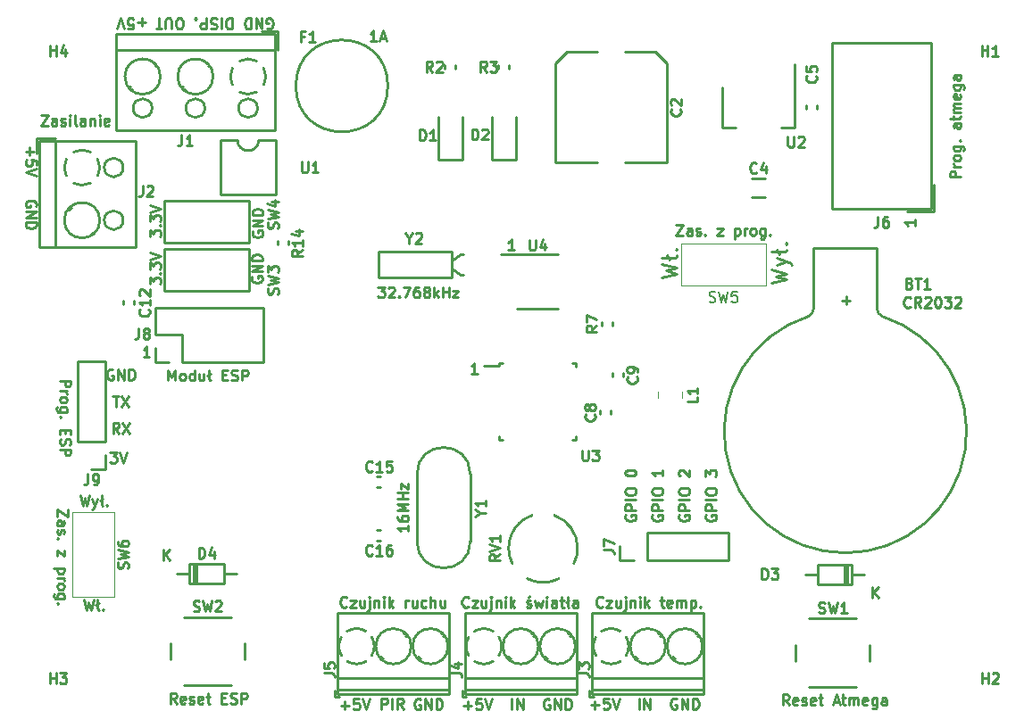
<source format=gbr>
G04 #@! TF.GenerationSoftware,KiCad,Pcbnew,(5.1.5)-3*
G04 #@! TF.CreationDate,2020-04-30T19:49:23+02:00*
G04 #@! TF.ProjectId,PONG_Display,504f4e47-5f44-4697-9370-6c61792e6b69,rev?*
G04 #@! TF.SameCoordinates,Original*
G04 #@! TF.FileFunction,Legend,Top*
G04 #@! TF.FilePolarity,Positive*
%FSLAX46Y46*%
G04 Gerber Fmt 4.6, Leading zero omitted, Abs format (unit mm)*
G04 Created by KiCad (PCBNEW (5.1.5)-3) date 2020-04-30 19:49:23*
%MOMM*%
%LPD*%
G04 APERTURE LIST*
%ADD10C,0.250000*%
%ADD11C,0.220000*%
%ADD12C,0.120000*%
%ADD13C,0.150000*%
G04 APERTURE END LIST*
D10*
X83760571Y-37016285D02*
X85260571Y-36659142D01*
X84189142Y-36373428D01*
X85260571Y-36087714D01*
X83760571Y-35730571D01*
X84260571Y-35302000D02*
X85260571Y-34944857D01*
X84260571Y-34587714D02*
X85260571Y-34944857D01*
X85617714Y-35087714D01*
X85689142Y-35159142D01*
X85760571Y-35302000D01*
X85260571Y-33802000D02*
X85189142Y-33944857D01*
X85046285Y-34016285D01*
X83760571Y-34016285D01*
X84546285Y-34230571D02*
X84260571Y-33802000D01*
X85117714Y-33230571D02*
X85189142Y-33159142D01*
X85260571Y-33230571D01*
X85189142Y-33302000D01*
X85117714Y-33230571D01*
X85260571Y-33230571D01*
X73346571Y-36444857D02*
X74846571Y-36087714D01*
X73775142Y-35802000D01*
X74846571Y-35516285D01*
X73346571Y-35159142D01*
X74846571Y-34373428D02*
X74775142Y-34516285D01*
X74632285Y-34587714D01*
X73346571Y-34587714D01*
X74132285Y-34802000D02*
X73846571Y-34373428D01*
X74703714Y-33802000D02*
X74775142Y-33730571D01*
X74846571Y-33802000D01*
X74775142Y-33873428D01*
X74703714Y-33802000D01*
X74846571Y-33802000D01*
X74748000Y-31456380D02*
X75414666Y-31456380D01*
X74748000Y-32456380D01*
X75414666Y-32456380D01*
X76224190Y-32456380D02*
X76224190Y-31932571D01*
X76176571Y-31837333D01*
X76081333Y-31789714D01*
X75890857Y-31789714D01*
X75795619Y-31837333D01*
X76224190Y-32408761D02*
X76128952Y-32456380D01*
X75890857Y-32456380D01*
X75795619Y-32408761D01*
X75748000Y-32313523D01*
X75748000Y-32218285D01*
X75795619Y-32123047D01*
X75890857Y-32075428D01*
X76128952Y-32075428D01*
X76224190Y-32027809D01*
X76652761Y-32408761D02*
X76748000Y-32456380D01*
X76938476Y-32456380D01*
X77033714Y-32408761D01*
X77081333Y-32313523D01*
X77081333Y-32265904D01*
X77033714Y-32170666D01*
X76938476Y-32123047D01*
X76795619Y-32123047D01*
X76700380Y-32075428D01*
X76652761Y-31980190D01*
X76652761Y-31932571D01*
X76700380Y-31837333D01*
X76795619Y-31789714D01*
X76938476Y-31789714D01*
X77033714Y-31837333D01*
X77509904Y-32361142D02*
X77557523Y-32408761D01*
X77509904Y-32456380D01*
X77462285Y-32408761D01*
X77509904Y-32361142D01*
X77509904Y-32456380D01*
X78652761Y-31789714D02*
X79176571Y-31789714D01*
X78652761Y-32456380D01*
X79176571Y-32456380D01*
X80319428Y-31789714D02*
X80319428Y-32789714D01*
X80319428Y-31837333D02*
X80414666Y-31789714D01*
X80605142Y-31789714D01*
X80700380Y-31837333D01*
X80748000Y-31884952D01*
X80795619Y-31980190D01*
X80795619Y-32265904D01*
X80748000Y-32361142D01*
X80700380Y-32408761D01*
X80605142Y-32456380D01*
X80414666Y-32456380D01*
X80319428Y-32408761D01*
X81224190Y-32456380D02*
X81224190Y-31789714D01*
X81224190Y-31980190D02*
X81271809Y-31884952D01*
X81319428Y-31837333D01*
X81414666Y-31789714D01*
X81509904Y-31789714D01*
X81986095Y-32456380D02*
X81890857Y-32408761D01*
X81843238Y-32361142D01*
X81795619Y-32265904D01*
X81795619Y-31980190D01*
X81843238Y-31884952D01*
X81890857Y-31837333D01*
X81986095Y-31789714D01*
X82128952Y-31789714D01*
X82224190Y-31837333D01*
X82271809Y-31884952D01*
X82319428Y-31980190D01*
X82319428Y-32265904D01*
X82271809Y-32361142D01*
X82224190Y-32408761D01*
X82128952Y-32456380D01*
X81986095Y-32456380D01*
X83176571Y-31789714D02*
X83176571Y-32599238D01*
X83128952Y-32694476D01*
X83081333Y-32742095D01*
X82986095Y-32789714D01*
X82843238Y-32789714D01*
X82748000Y-32742095D01*
X83176571Y-32408761D02*
X83081333Y-32456380D01*
X82890857Y-32456380D01*
X82795619Y-32408761D01*
X82748000Y-32361142D01*
X82700380Y-32265904D01*
X82700380Y-31980190D01*
X82748000Y-31884952D01*
X82795619Y-31837333D01*
X82890857Y-31789714D01*
X83081333Y-31789714D01*
X83176571Y-31837333D01*
X83652761Y-32361142D02*
X83700380Y-32408761D01*
X83652761Y-32456380D01*
X83605142Y-32408761D01*
X83652761Y-32361142D01*
X83652761Y-32456380D01*
X17057619Y-58492000D02*
X17057619Y-59158666D01*
X16057619Y-58492000D01*
X16057619Y-59158666D01*
X16057619Y-59968190D02*
X16581428Y-59968190D01*
X16676666Y-59920571D01*
X16724285Y-59825333D01*
X16724285Y-59634857D01*
X16676666Y-59539619D01*
X16105238Y-59968190D02*
X16057619Y-59872952D01*
X16057619Y-59634857D01*
X16105238Y-59539619D01*
X16200476Y-59492000D01*
X16295714Y-59492000D01*
X16390952Y-59539619D01*
X16438571Y-59634857D01*
X16438571Y-59872952D01*
X16486190Y-59968190D01*
X16105238Y-60396761D02*
X16057619Y-60492000D01*
X16057619Y-60682476D01*
X16105238Y-60777714D01*
X16200476Y-60825333D01*
X16248095Y-60825333D01*
X16343333Y-60777714D01*
X16390952Y-60682476D01*
X16390952Y-60539619D01*
X16438571Y-60444380D01*
X16533809Y-60396761D01*
X16581428Y-60396761D01*
X16676666Y-60444380D01*
X16724285Y-60539619D01*
X16724285Y-60682476D01*
X16676666Y-60777714D01*
X16152857Y-61253904D02*
X16105238Y-61301523D01*
X16057619Y-61253904D01*
X16105238Y-61206285D01*
X16152857Y-61253904D01*
X16057619Y-61253904D01*
X16724285Y-62396761D02*
X16724285Y-62920571D01*
X16057619Y-62396761D01*
X16057619Y-62920571D01*
X16724285Y-64063428D02*
X15724285Y-64063428D01*
X16676666Y-64063428D02*
X16724285Y-64158666D01*
X16724285Y-64349142D01*
X16676666Y-64444380D01*
X16629047Y-64492000D01*
X16533809Y-64539619D01*
X16248095Y-64539619D01*
X16152857Y-64492000D01*
X16105238Y-64444380D01*
X16057619Y-64349142D01*
X16057619Y-64158666D01*
X16105238Y-64063428D01*
X16057619Y-64968190D02*
X16724285Y-64968190D01*
X16533809Y-64968190D02*
X16629047Y-65015809D01*
X16676666Y-65063428D01*
X16724285Y-65158666D01*
X16724285Y-65253904D01*
X16057619Y-65730095D02*
X16105238Y-65634857D01*
X16152857Y-65587238D01*
X16248095Y-65539619D01*
X16533809Y-65539619D01*
X16629047Y-65587238D01*
X16676666Y-65634857D01*
X16724285Y-65730095D01*
X16724285Y-65872952D01*
X16676666Y-65968190D01*
X16629047Y-66015809D01*
X16533809Y-66063428D01*
X16248095Y-66063428D01*
X16152857Y-66015809D01*
X16105238Y-65968190D01*
X16057619Y-65872952D01*
X16057619Y-65730095D01*
X16724285Y-66920571D02*
X15914761Y-66920571D01*
X15819523Y-66872952D01*
X15771904Y-66825333D01*
X15724285Y-66730095D01*
X15724285Y-66587238D01*
X15771904Y-66492000D01*
X16105238Y-66920571D02*
X16057619Y-66825333D01*
X16057619Y-66634857D01*
X16105238Y-66539619D01*
X16152857Y-66492000D01*
X16248095Y-66444380D01*
X16533809Y-66444380D01*
X16629047Y-66492000D01*
X16676666Y-66539619D01*
X16724285Y-66634857D01*
X16724285Y-66825333D01*
X16676666Y-66920571D01*
X16152857Y-67396761D02*
X16105238Y-67444380D01*
X16057619Y-67396761D01*
X16105238Y-67349142D01*
X16152857Y-67396761D01*
X16057619Y-67396761D01*
X18248476Y-57110380D02*
X18486571Y-58110380D01*
X18677047Y-57396095D01*
X18867523Y-58110380D01*
X19105619Y-57110380D01*
X19391333Y-57443714D02*
X19629428Y-58110380D01*
X19867523Y-57443714D02*
X19629428Y-58110380D01*
X19534190Y-58348476D01*
X19486571Y-58396095D01*
X19391333Y-58443714D01*
X20391333Y-58110380D02*
X20296095Y-58062761D01*
X20248476Y-57967523D01*
X20248476Y-57110380D01*
X20105619Y-57634190D02*
X20391333Y-57443714D01*
X20772285Y-58015142D02*
X20819904Y-58062761D01*
X20772285Y-58110380D01*
X20724666Y-58062761D01*
X20772285Y-58015142D01*
X20772285Y-58110380D01*
X18629428Y-67016380D02*
X18867523Y-68016380D01*
X19058000Y-67302095D01*
X19248476Y-68016380D01*
X19486571Y-67016380D01*
X20010380Y-68016380D02*
X19915142Y-67968761D01*
X19867523Y-67873523D01*
X19867523Y-67016380D01*
X19724666Y-67540190D02*
X20010380Y-67349714D01*
X20391333Y-67921142D02*
X20438952Y-67968761D01*
X20391333Y-68016380D01*
X20343714Y-67968761D01*
X20391333Y-67921142D01*
X20391333Y-68016380D01*
X62738095Y-76500000D02*
X62642857Y-76452380D01*
X62500000Y-76452380D01*
X62357142Y-76500000D01*
X62261904Y-76595238D01*
X62214285Y-76690476D01*
X62166666Y-76880952D01*
X62166666Y-77023809D01*
X62214285Y-77214285D01*
X62261904Y-77309523D01*
X62357142Y-77404761D01*
X62500000Y-77452380D01*
X62595238Y-77452380D01*
X62738095Y-77404761D01*
X62785714Y-77357142D01*
X62785714Y-77023809D01*
X62595238Y-77023809D01*
X63214285Y-77452380D02*
X63214285Y-76452380D01*
X63785714Y-77452380D01*
X63785714Y-76452380D01*
X64261904Y-77452380D02*
X64261904Y-76452380D01*
X64500000Y-76452380D01*
X64642857Y-76500000D01*
X64738095Y-76595238D01*
X64785714Y-76690476D01*
X64833333Y-76880952D01*
X64833333Y-77023809D01*
X64785714Y-77214285D01*
X64738095Y-77309523D01*
X64642857Y-77404761D01*
X64500000Y-77452380D01*
X64261904Y-77452380D01*
X77605000Y-59007142D02*
X77557380Y-59102380D01*
X77557380Y-59245238D01*
X77605000Y-59388095D01*
X77700238Y-59483333D01*
X77795476Y-59530952D01*
X77985952Y-59578571D01*
X78128809Y-59578571D01*
X78319285Y-59530952D01*
X78414523Y-59483333D01*
X78509761Y-59388095D01*
X78557380Y-59245238D01*
X78557380Y-59150000D01*
X78509761Y-59007142D01*
X78462142Y-58959523D01*
X78128809Y-58959523D01*
X78128809Y-59150000D01*
X78557380Y-58530952D02*
X77557380Y-58530952D01*
X77557380Y-58150000D01*
X77605000Y-58054761D01*
X77652619Y-58007142D01*
X77747857Y-57959523D01*
X77890714Y-57959523D01*
X77985952Y-58007142D01*
X78033571Y-58054761D01*
X78081190Y-58150000D01*
X78081190Y-58530952D01*
X78557380Y-57530952D02*
X77557380Y-57530952D01*
X77557380Y-56864285D02*
X77557380Y-56673809D01*
X77605000Y-56578571D01*
X77700238Y-56483333D01*
X77890714Y-56435714D01*
X78224047Y-56435714D01*
X78414523Y-56483333D01*
X78509761Y-56578571D01*
X78557380Y-56673809D01*
X78557380Y-56864285D01*
X78509761Y-56959523D01*
X78414523Y-57054761D01*
X78224047Y-57102380D01*
X77890714Y-57102380D01*
X77700238Y-57054761D01*
X77605000Y-56959523D01*
X77557380Y-56864285D01*
X77557380Y-55340476D02*
X77557380Y-54721428D01*
X77938333Y-55054761D01*
X77938333Y-54911904D01*
X77985952Y-54816666D01*
X78033571Y-54769047D01*
X78128809Y-54721428D01*
X78366904Y-54721428D01*
X78462142Y-54769047D01*
X78509761Y-54816666D01*
X78557380Y-54911904D01*
X78557380Y-55197619D01*
X78509761Y-55292857D01*
X78462142Y-55340476D01*
X75065000Y-59007142D02*
X75017380Y-59102380D01*
X75017380Y-59245238D01*
X75065000Y-59388095D01*
X75160238Y-59483333D01*
X75255476Y-59530952D01*
X75445952Y-59578571D01*
X75588809Y-59578571D01*
X75779285Y-59530952D01*
X75874523Y-59483333D01*
X75969761Y-59388095D01*
X76017380Y-59245238D01*
X76017380Y-59150000D01*
X75969761Y-59007142D01*
X75922142Y-58959523D01*
X75588809Y-58959523D01*
X75588809Y-59150000D01*
X76017380Y-58530952D02*
X75017380Y-58530952D01*
X75017380Y-58150000D01*
X75065000Y-58054761D01*
X75112619Y-58007142D01*
X75207857Y-57959523D01*
X75350714Y-57959523D01*
X75445952Y-58007142D01*
X75493571Y-58054761D01*
X75541190Y-58150000D01*
X75541190Y-58530952D01*
X76017380Y-57530952D02*
X75017380Y-57530952D01*
X75017380Y-56864285D02*
X75017380Y-56673809D01*
X75065000Y-56578571D01*
X75160238Y-56483333D01*
X75350714Y-56435714D01*
X75684047Y-56435714D01*
X75874523Y-56483333D01*
X75969761Y-56578571D01*
X76017380Y-56673809D01*
X76017380Y-56864285D01*
X75969761Y-56959523D01*
X75874523Y-57054761D01*
X75684047Y-57102380D01*
X75350714Y-57102380D01*
X75160238Y-57054761D01*
X75065000Y-56959523D01*
X75017380Y-56864285D01*
X75112619Y-55292857D02*
X75065000Y-55245238D01*
X75017380Y-55150000D01*
X75017380Y-54911904D01*
X75065000Y-54816666D01*
X75112619Y-54769047D01*
X75207857Y-54721428D01*
X75303095Y-54721428D01*
X75445952Y-54769047D01*
X76017380Y-55340476D01*
X76017380Y-54721428D01*
X72525000Y-59007142D02*
X72477380Y-59102380D01*
X72477380Y-59245238D01*
X72525000Y-59388095D01*
X72620238Y-59483333D01*
X72715476Y-59530952D01*
X72905952Y-59578571D01*
X73048809Y-59578571D01*
X73239285Y-59530952D01*
X73334523Y-59483333D01*
X73429761Y-59388095D01*
X73477380Y-59245238D01*
X73477380Y-59150000D01*
X73429761Y-59007142D01*
X73382142Y-58959523D01*
X73048809Y-58959523D01*
X73048809Y-59150000D01*
X73477380Y-58530952D02*
X72477380Y-58530952D01*
X72477380Y-58150000D01*
X72525000Y-58054761D01*
X72572619Y-58007142D01*
X72667857Y-57959523D01*
X72810714Y-57959523D01*
X72905952Y-58007142D01*
X72953571Y-58054761D01*
X73001190Y-58150000D01*
X73001190Y-58530952D01*
X73477380Y-57530952D02*
X72477380Y-57530952D01*
X72477380Y-56864285D02*
X72477380Y-56673809D01*
X72525000Y-56578571D01*
X72620238Y-56483333D01*
X72810714Y-56435714D01*
X73144047Y-56435714D01*
X73334523Y-56483333D01*
X73429761Y-56578571D01*
X73477380Y-56673809D01*
X73477380Y-56864285D01*
X73429761Y-56959523D01*
X73334523Y-57054761D01*
X73144047Y-57102380D01*
X72810714Y-57102380D01*
X72620238Y-57054761D01*
X72525000Y-56959523D01*
X72477380Y-56864285D01*
X73477380Y-54721428D02*
X73477380Y-55292857D01*
X73477380Y-55007142D02*
X72477380Y-55007142D01*
X72620238Y-55102380D01*
X72715476Y-55197619D01*
X72763095Y-55292857D01*
X69985000Y-59007142D02*
X69937380Y-59102380D01*
X69937380Y-59245238D01*
X69985000Y-59388095D01*
X70080238Y-59483333D01*
X70175476Y-59530952D01*
X70365952Y-59578571D01*
X70508809Y-59578571D01*
X70699285Y-59530952D01*
X70794523Y-59483333D01*
X70889761Y-59388095D01*
X70937380Y-59245238D01*
X70937380Y-59150000D01*
X70889761Y-59007142D01*
X70842142Y-58959523D01*
X70508809Y-58959523D01*
X70508809Y-59150000D01*
X70937380Y-58530952D02*
X69937380Y-58530952D01*
X69937380Y-58150000D01*
X69985000Y-58054761D01*
X70032619Y-58007142D01*
X70127857Y-57959523D01*
X70270714Y-57959523D01*
X70365952Y-58007142D01*
X70413571Y-58054761D01*
X70461190Y-58150000D01*
X70461190Y-58530952D01*
X70937380Y-57530952D02*
X69937380Y-57530952D01*
X69937380Y-56864285D02*
X69937380Y-56673809D01*
X69985000Y-56578571D01*
X70080238Y-56483333D01*
X70270714Y-56435714D01*
X70604047Y-56435714D01*
X70794523Y-56483333D01*
X70889761Y-56578571D01*
X70937380Y-56673809D01*
X70937380Y-56864285D01*
X70889761Y-56959523D01*
X70794523Y-57054761D01*
X70604047Y-57102380D01*
X70270714Y-57102380D01*
X70080238Y-57054761D01*
X69985000Y-56959523D01*
X69937380Y-56864285D01*
X69937380Y-55054761D02*
X69937380Y-54959523D01*
X69985000Y-54864285D01*
X70032619Y-54816666D01*
X70127857Y-54769047D01*
X70318333Y-54721428D01*
X70556428Y-54721428D01*
X70746904Y-54769047D01*
X70842142Y-54816666D01*
X70889761Y-54864285D01*
X70937380Y-54959523D01*
X70937380Y-55054761D01*
X70889761Y-55150000D01*
X70842142Y-55197619D01*
X70746904Y-55245238D01*
X70556428Y-55292857D01*
X70318333Y-55292857D01*
X70127857Y-55245238D01*
X70032619Y-55197619D01*
X69985000Y-55150000D01*
X69937380Y-55054761D01*
X21336095Y-45220000D02*
X21240857Y-45172380D01*
X21098000Y-45172380D01*
X20955142Y-45220000D01*
X20859904Y-45315238D01*
X20812285Y-45410476D01*
X20764666Y-45600952D01*
X20764666Y-45743809D01*
X20812285Y-45934285D01*
X20859904Y-46029523D01*
X20955142Y-46124761D01*
X21098000Y-46172380D01*
X21193238Y-46172380D01*
X21336095Y-46124761D01*
X21383714Y-46077142D01*
X21383714Y-45743809D01*
X21193238Y-45743809D01*
X21812285Y-46172380D02*
X21812285Y-45172380D01*
X22383714Y-46172380D01*
X22383714Y-45172380D01*
X22859904Y-46172380D02*
X22859904Y-45172380D01*
X23098000Y-45172380D01*
X23240857Y-45220000D01*
X23336095Y-45315238D01*
X23383714Y-45410476D01*
X23431333Y-45600952D01*
X23431333Y-45743809D01*
X23383714Y-45934285D01*
X23336095Y-46029523D01*
X23240857Y-46124761D01*
X23098000Y-46172380D01*
X22859904Y-46172380D01*
X21336095Y-47712380D02*
X21907523Y-47712380D01*
X21621809Y-48712380D02*
X21621809Y-47712380D01*
X22145619Y-47712380D02*
X22812285Y-48712380D01*
X22812285Y-47712380D02*
X22145619Y-48712380D01*
X21931333Y-51252380D02*
X21598000Y-50776190D01*
X21359904Y-51252380D02*
X21359904Y-50252380D01*
X21740857Y-50252380D01*
X21836095Y-50300000D01*
X21883714Y-50347619D01*
X21931333Y-50442857D01*
X21931333Y-50585714D01*
X21883714Y-50680952D01*
X21836095Y-50728571D01*
X21740857Y-50776190D01*
X21359904Y-50776190D01*
X22264666Y-50252380D02*
X22931333Y-51252380D01*
X22931333Y-50252380D02*
X22264666Y-51252380D01*
X21082095Y-53046380D02*
X21701142Y-53046380D01*
X21367809Y-53427333D01*
X21510666Y-53427333D01*
X21605904Y-53474952D01*
X21653523Y-53522571D01*
X21701142Y-53617809D01*
X21701142Y-53855904D01*
X21653523Y-53951142D01*
X21605904Y-53998761D01*
X21510666Y-54046380D01*
X21224952Y-54046380D01*
X21129714Y-53998761D01*
X21082095Y-53951142D01*
X21986857Y-53046380D02*
X22320190Y-54046380D01*
X22653523Y-53046380D01*
X55911714Y-45600880D02*
X55340285Y-45600880D01*
X55626000Y-45600880D02*
X55626000Y-44600880D01*
X55530761Y-44743738D01*
X55435523Y-44838976D01*
X55340285Y-44886595D01*
X59404214Y-33853380D02*
X58832785Y-33853380D01*
X59118500Y-33853380D02*
X59118500Y-32853380D01*
X59023261Y-32996238D01*
X58928023Y-33091476D01*
X58832785Y-33139095D01*
X46482476Y-37361880D02*
X47101523Y-37361880D01*
X46768190Y-37742833D01*
X46911047Y-37742833D01*
X47006285Y-37790452D01*
X47053904Y-37838071D01*
X47101523Y-37933309D01*
X47101523Y-38171404D01*
X47053904Y-38266642D01*
X47006285Y-38314261D01*
X46911047Y-38361880D01*
X46625333Y-38361880D01*
X46530095Y-38314261D01*
X46482476Y-38266642D01*
X47482476Y-37457119D02*
X47530095Y-37409500D01*
X47625333Y-37361880D01*
X47863428Y-37361880D01*
X47958666Y-37409500D01*
X48006285Y-37457119D01*
X48053904Y-37552357D01*
X48053904Y-37647595D01*
X48006285Y-37790452D01*
X47434857Y-38361880D01*
X48053904Y-38361880D01*
X48482476Y-38266642D02*
X48530095Y-38314261D01*
X48482476Y-38361880D01*
X48434857Y-38314261D01*
X48482476Y-38266642D01*
X48482476Y-38361880D01*
X48863428Y-37361880D02*
X49530095Y-37361880D01*
X49101523Y-38361880D01*
X50339619Y-37361880D02*
X50149142Y-37361880D01*
X50053904Y-37409500D01*
X50006285Y-37457119D01*
X49911047Y-37599976D01*
X49863428Y-37790452D01*
X49863428Y-38171404D01*
X49911047Y-38266642D01*
X49958666Y-38314261D01*
X50053904Y-38361880D01*
X50244380Y-38361880D01*
X50339619Y-38314261D01*
X50387238Y-38266642D01*
X50434857Y-38171404D01*
X50434857Y-37933309D01*
X50387238Y-37838071D01*
X50339619Y-37790452D01*
X50244380Y-37742833D01*
X50053904Y-37742833D01*
X49958666Y-37790452D01*
X49911047Y-37838071D01*
X49863428Y-37933309D01*
X51006285Y-37790452D02*
X50911047Y-37742833D01*
X50863428Y-37695214D01*
X50815809Y-37599976D01*
X50815809Y-37552357D01*
X50863428Y-37457119D01*
X50911047Y-37409500D01*
X51006285Y-37361880D01*
X51196761Y-37361880D01*
X51292000Y-37409500D01*
X51339619Y-37457119D01*
X51387238Y-37552357D01*
X51387238Y-37599976D01*
X51339619Y-37695214D01*
X51292000Y-37742833D01*
X51196761Y-37790452D01*
X51006285Y-37790452D01*
X50911047Y-37838071D01*
X50863428Y-37885690D01*
X50815809Y-37980928D01*
X50815809Y-38171404D01*
X50863428Y-38266642D01*
X50911047Y-38314261D01*
X51006285Y-38361880D01*
X51196761Y-38361880D01*
X51292000Y-38314261D01*
X51339619Y-38266642D01*
X51387238Y-38171404D01*
X51387238Y-37980928D01*
X51339619Y-37885690D01*
X51292000Y-37838071D01*
X51196761Y-37790452D01*
X51815809Y-38361880D02*
X51815809Y-37361880D01*
X51911047Y-37980928D02*
X52196761Y-38361880D01*
X52196761Y-37695214D02*
X51815809Y-38076166D01*
X52625333Y-38361880D02*
X52625333Y-37361880D01*
X52625333Y-37838071D02*
X53196761Y-37838071D01*
X53196761Y-38361880D02*
X53196761Y-37361880D01*
X53577714Y-37695214D02*
X54101523Y-37695214D01*
X53577714Y-38361880D01*
X54101523Y-38361880D01*
X97416880Y-30956285D02*
X97416880Y-31527714D01*
X97416880Y-31242000D02*
X96416880Y-31242000D01*
X96559738Y-31337238D01*
X96654976Y-31432476D01*
X96702595Y-31527714D01*
X24796714Y-44013380D02*
X24225285Y-44013380D01*
X24511000Y-44013380D02*
X24511000Y-43013380D01*
X24415761Y-43156238D01*
X24320523Y-43251476D01*
X24225285Y-43299095D01*
X26591095Y-46235880D02*
X26591095Y-45235880D01*
X26924428Y-45950166D01*
X27257761Y-45235880D01*
X27257761Y-46235880D01*
X27876809Y-46235880D02*
X27781571Y-46188261D01*
X27733952Y-46140642D01*
X27686333Y-46045404D01*
X27686333Y-45759690D01*
X27733952Y-45664452D01*
X27781571Y-45616833D01*
X27876809Y-45569214D01*
X28019666Y-45569214D01*
X28114904Y-45616833D01*
X28162523Y-45664452D01*
X28210142Y-45759690D01*
X28210142Y-46045404D01*
X28162523Y-46140642D01*
X28114904Y-46188261D01*
X28019666Y-46235880D01*
X27876809Y-46235880D01*
X29067285Y-46235880D02*
X29067285Y-45235880D01*
X29067285Y-46188261D02*
X28972047Y-46235880D01*
X28781571Y-46235880D01*
X28686333Y-46188261D01*
X28638714Y-46140642D01*
X28591095Y-46045404D01*
X28591095Y-45759690D01*
X28638714Y-45664452D01*
X28686333Y-45616833D01*
X28781571Y-45569214D01*
X28972047Y-45569214D01*
X29067285Y-45616833D01*
X29972047Y-45569214D02*
X29972047Y-46235880D01*
X29543476Y-45569214D02*
X29543476Y-46093023D01*
X29591095Y-46188261D01*
X29686333Y-46235880D01*
X29829190Y-46235880D01*
X29924428Y-46188261D01*
X29972047Y-46140642D01*
X30591095Y-46235880D02*
X30495857Y-46188261D01*
X30448238Y-46093023D01*
X30448238Y-45235880D01*
X30305380Y-45759690D02*
X30591095Y-45569214D01*
X31733952Y-45712071D02*
X32067285Y-45712071D01*
X32210142Y-46235880D02*
X31733952Y-46235880D01*
X31733952Y-45235880D01*
X32210142Y-45235880D01*
X32591095Y-46188261D02*
X32733952Y-46235880D01*
X32972047Y-46235880D01*
X33067285Y-46188261D01*
X33114904Y-46140642D01*
X33162523Y-46045404D01*
X33162523Y-45950166D01*
X33114904Y-45854928D01*
X33067285Y-45807309D01*
X32972047Y-45759690D01*
X32781571Y-45712071D01*
X32686333Y-45664452D01*
X32638714Y-45616833D01*
X32591095Y-45521595D01*
X32591095Y-45426357D01*
X32638714Y-45331119D01*
X32686333Y-45283500D01*
X32781571Y-45235880D01*
X33019666Y-45235880D01*
X33162523Y-45283500D01*
X33591095Y-46235880D02*
X33591095Y-45235880D01*
X33972047Y-45235880D01*
X34067285Y-45283500D01*
X34114904Y-45331119D01*
X34162523Y-45426357D01*
X34162523Y-45569214D01*
X34114904Y-45664452D01*
X34067285Y-45712071D01*
X33972047Y-45759690D01*
X33591095Y-45759690D01*
X24852380Y-37099690D02*
X24852380Y-36480642D01*
X25233333Y-36813976D01*
X25233333Y-36671119D01*
X25280952Y-36575880D01*
X25328571Y-36528261D01*
X25423809Y-36480642D01*
X25661904Y-36480642D01*
X25757142Y-36528261D01*
X25804761Y-36575880D01*
X25852380Y-36671119D01*
X25852380Y-36956833D01*
X25804761Y-37052071D01*
X25757142Y-37099690D01*
X25757142Y-36052071D02*
X25804761Y-36004452D01*
X25852380Y-36052071D01*
X25804761Y-36099690D01*
X25757142Y-36052071D01*
X25852380Y-36052071D01*
X24852380Y-35671119D02*
X24852380Y-35052071D01*
X25233333Y-35385404D01*
X25233333Y-35242547D01*
X25280952Y-35147309D01*
X25328571Y-35099690D01*
X25423809Y-35052071D01*
X25661904Y-35052071D01*
X25757142Y-35099690D01*
X25804761Y-35147309D01*
X25852380Y-35242547D01*
X25852380Y-35528261D01*
X25804761Y-35623500D01*
X25757142Y-35671119D01*
X24852380Y-34766357D02*
X25852380Y-34433023D01*
X24852380Y-34099690D01*
X24852380Y-32591190D02*
X24852380Y-31972142D01*
X25233333Y-32305476D01*
X25233333Y-32162619D01*
X25280952Y-32067380D01*
X25328571Y-32019761D01*
X25423809Y-31972142D01*
X25661904Y-31972142D01*
X25757142Y-32019761D01*
X25804761Y-32067380D01*
X25852380Y-32162619D01*
X25852380Y-32448333D01*
X25804761Y-32543571D01*
X25757142Y-32591190D01*
X25757142Y-31543571D02*
X25804761Y-31495952D01*
X25852380Y-31543571D01*
X25804761Y-31591190D01*
X25757142Y-31543571D01*
X25852380Y-31543571D01*
X24852380Y-31162619D02*
X24852380Y-30543571D01*
X25233333Y-30876904D01*
X25233333Y-30734047D01*
X25280952Y-30638809D01*
X25328571Y-30591190D01*
X25423809Y-30543571D01*
X25661904Y-30543571D01*
X25757142Y-30591190D01*
X25804761Y-30638809D01*
X25852380Y-30734047D01*
X25852380Y-31019761D01*
X25804761Y-31115000D01*
X25757142Y-31162619D01*
X24852380Y-30257857D02*
X25852380Y-29924523D01*
X24852380Y-29591190D01*
X34552000Y-36385404D02*
X34504380Y-36480642D01*
X34504380Y-36623500D01*
X34552000Y-36766357D01*
X34647238Y-36861595D01*
X34742476Y-36909214D01*
X34932952Y-36956833D01*
X35075809Y-36956833D01*
X35266285Y-36909214D01*
X35361523Y-36861595D01*
X35456761Y-36766357D01*
X35504380Y-36623500D01*
X35504380Y-36528261D01*
X35456761Y-36385404D01*
X35409142Y-36337785D01*
X35075809Y-36337785D01*
X35075809Y-36528261D01*
X35504380Y-35909214D02*
X34504380Y-35909214D01*
X35504380Y-35337785D01*
X34504380Y-35337785D01*
X35504380Y-34861595D02*
X34504380Y-34861595D01*
X34504380Y-34623500D01*
X34552000Y-34480642D01*
X34647238Y-34385404D01*
X34742476Y-34337785D01*
X34932952Y-34290166D01*
X35075809Y-34290166D01*
X35266285Y-34337785D01*
X35361523Y-34385404D01*
X35456761Y-34480642D01*
X35504380Y-34623500D01*
X35504380Y-34861595D01*
X34615500Y-32067404D02*
X34567880Y-32162642D01*
X34567880Y-32305500D01*
X34615500Y-32448357D01*
X34710738Y-32543595D01*
X34805976Y-32591214D01*
X34996452Y-32638833D01*
X35139309Y-32638833D01*
X35329785Y-32591214D01*
X35425023Y-32543595D01*
X35520261Y-32448357D01*
X35567880Y-32305500D01*
X35567880Y-32210261D01*
X35520261Y-32067404D01*
X35472642Y-32019785D01*
X35139309Y-32019785D01*
X35139309Y-32210261D01*
X35567880Y-31591214D02*
X34567880Y-31591214D01*
X35567880Y-31019785D01*
X34567880Y-31019785D01*
X35567880Y-30543595D02*
X34567880Y-30543595D01*
X34567880Y-30305500D01*
X34615500Y-30162642D01*
X34710738Y-30067404D01*
X34805976Y-30019785D01*
X34996452Y-29972166D01*
X35139309Y-29972166D01*
X35329785Y-30019785D01*
X35425023Y-30067404D01*
X35520261Y-30162642D01*
X35567880Y-30305500D01*
X35567880Y-30543595D01*
X27368880Y-76906380D02*
X27035547Y-76430190D01*
X26797452Y-76906380D02*
X26797452Y-75906380D01*
X27178404Y-75906380D01*
X27273642Y-75954000D01*
X27321261Y-76001619D01*
X27368880Y-76096857D01*
X27368880Y-76239714D01*
X27321261Y-76334952D01*
X27273642Y-76382571D01*
X27178404Y-76430190D01*
X26797452Y-76430190D01*
X28178404Y-76858761D02*
X28083166Y-76906380D01*
X27892690Y-76906380D01*
X27797452Y-76858761D01*
X27749833Y-76763523D01*
X27749833Y-76382571D01*
X27797452Y-76287333D01*
X27892690Y-76239714D01*
X28083166Y-76239714D01*
X28178404Y-76287333D01*
X28226023Y-76382571D01*
X28226023Y-76477809D01*
X27749833Y-76573047D01*
X28606976Y-76858761D02*
X28702214Y-76906380D01*
X28892690Y-76906380D01*
X28987928Y-76858761D01*
X29035547Y-76763523D01*
X29035547Y-76715904D01*
X28987928Y-76620666D01*
X28892690Y-76573047D01*
X28749833Y-76573047D01*
X28654595Y-76525428D01*
X28606976Y-76430190D01*
X28606976Y-76382571D01*
X28654595Y-76287333D01*
X28749833Y-76239714D01*
X28892690Y-76239714D01*
X28987928Y-76287333D01*
X29845071Y-76858761D02*
X29749833Y-76906380D01*
X29559357Y-76906380D01*
X29464119Y-76858761D01*
X29416500Y-76763523D01*
X29416500Y-76382571D01*
X29464119Y-76287333D01*
X29559357Y-76239714D01*
X29749833Y-76239714D01*
X29845071Y-76287333D01*
X29892690Y-76382571D01*
X29892690Y-76477809D01*
X29416500Y-76573047D01*
X30178404Y-76239714D02*
X30559357Y-76239714D01*
X30321261Y-75906380D02*
X30321261Y-76763523D01*
X30368880Y-76858761D01*
X30464119Y-76906380D01*
X30559357Y-76906380D01*
X31654595Y-76382571D02*
X31987928Y-76382571D01*
X32130785Y-76906380D02*
X31654595Y-76906380D01*
X31654595Y-75906380D01*
X32130785Y-75906380D01*
X32511738Y-76858761D02*
X32654595Y-76906380D01*
X32892690Y-76906380D01*
X32987928Y-76858761D01*
X33035547Y-76811142D01*
X33083166Y-76715904D01*
X33083166Y-76620666D01*
X33035547Y-76525428D01*
X32987928Y-76477809D01*
X32892690Y-76430190D01*
X32702214Y-76382571D01*
X32606976Y-76334952D01*
X32559357Y-76287333D01*
X32511738Y-76192095D01*
X32511738Y-76096857D01*
X32559357Y-76001619D01*
X32606976Y-75954000D01*
X32702214Y-75906380D01*
X32940309Y-75906380D01*
X33083166Y-75954000D01*
X33511738Y-76906380D02*
X33511738Y-75906380D01*
X33892690Y-75906380D01*
X33987928Y-75954000D01*
X34035547Y-76001619D01*
X34083166Y-76096857D01*
X34083166Y-76239714D01*
X34035547Y-76334952D01*
X33987928Y-76382571D01*
X33892690Y-76430190D01*
X33511738Y-76430190D01*
X85455666Y-77033380D02*
X85122333Y-76557190D01*
X84884238Y-77033380D02*
X84884238Y-76033380D01*
X85265190Y-76033380D01*
X85360428Y-76081000D01*
X85408047Y-76128619D01*
X85455666Y-76223857D01*
X85455666Y-76366714D01*
X85408047Y-76461952D01*
X85360428Y-76509571D01*
X85265190Y-76557190D01*
X84884238Y-76557190D01*
X86265190Y-76985761D02*
X86169952Y-77033380D01*
X85979476Y-77033380D01*
X85884238Y-76985761D01*
X85836619Y-76890523D01*
X85836619Y-76509571D01*
X85884238Y-76414333D01*
X85979476Y-76366714D01*
X86169952Y-76366714D01*
X86265190Y-76414333D01*
X86312809Y-76509571D01*
X86312809Y-76604809D01*
X85836619Y-76700047D01*
X86693761Y-76985761D02*
X86789000Y-77033380D01*
X86979476Y-77033380D01*
X87074714Y-76985761D01*
X87122333Y-76890523D01*
X87122333Y-76842904D01*
X87074714Y-76747666D01*
X86979476Y-76700047D01*
X86836619Y-76700047D01*
X86741380Y-76652428D01*
X86693761Y-76557190D01*
X86693761Y-76509571D01*
X86741380Y-76414333D01*
X86836619Y-76366714D01*
X86979476Y-76366714D01*
X87074714Y-76414333D01*
X87931857Y-76985761D02*
X87836619Y-77033380D01*
X87646142Y-77033380D01*
X87550904Y-76985761D01*
X87503285Y-76890523D01*
X87503285Y-76509571D01*
X87550904Y-76414333D01*
X87646142Y-76366714D01*
X87836619Y-76366714D01*
X87931857Y-76414333D01*
X87979476Y-76509571D01*
X87979476Y-76604809D01*
X87503285Y-76700047D01*
X88265190Y-76366714D02*
X88646142Y-76366714D01*
X88408047Y-76033380D02*
X88408047Y-76890523D01*
X88455666Y-76985761D01*
X88550904Y-77033380D01*
X88646142Y-77033380D01*
X89693761Y-76747666D02*
X90169952Y-76747666D01*
X89598523Y-77033380D02*
X89931857Y-76033380D01*
X90265190Y-77033380D01*
X90455666Y-76366714D02*
X90836619Y-76366714D01*
X90598523Y-76033380D02*
X90598523Y-76890523D01*
X90646142Y-76985761D01*
X90741380Y-77033380D01*
X90836619Y-77033380D01*
X91169952Y-77033380D02*
X91169952Y-76366714D01*
X91169952Y-76461952D02*
X91217571Y-76414333D01*
X91312809Y-76366714D01*
X91455666Y-76366714D01*
X91550904Y-76414333D01*
X91598523Y-76509571D01*
X91598523Y-77033380D01*
X91598523Y-76509571D02*
X91646142Y-76414333D01*
X91741380Y-76366714D01*
X91884238Y-76366714D01*
X91979476Y-76414333D01*
X92027095Y-76509571D01*
X92027095Y-77033380D01*
X92884238Y-76985761D02*
X92789000Y-77033380D01*
X92598523Y-77033380D01*
X92503285Y-76985761D01*
X92455666Y-76890523D01*
X92455666Y-76509571D01*
X92503285Y-76414333D01*
X92598523Y-76366714D01*
X92789000Y-76366714D01*
X92884238Y-76414333D01*
X92931857Y-76509571D01*
X92931857Y-76604809D01*
X92455666Y-76700047D01*
X93789000Y-76366714D02*
X93789000Y-77176238D01*
X93741380Y-77271476D01*
X93693761Y-77319095D01*
X93598523Y-77366714D01*
X93455666Y-77366714D01*
X93360428Y-77319095D01*
X93789000Y-76985761D02*
X93693761Y-77033380D01*
X93503285Y-77033380D01*
X93408047Y-76985761D01*
X93360428Y-76938142D01*
X93312809Y-76842904D01*
X93312809Y-76557190D01*
X93360428Y-76461952D01*
X93408047Y-76414333D01*
X93503285Y-76366714D01*
X93693761Y-76366714D01*
X93789000Y-76414333D01*
X94693761Y-77033380D02*
X94693761Y-76509571D01*
X94646142Y-76414333D01*
X94550904Y-76366714D01*
X94360428Y-76366714D01*
X94265190Y-76414333D01*
X94693761Y-76985761D02*
X94598523Y-77033380D01*
X94360428Y-77033380D01*
X94265190Y-76985761D01*
X94217571Y-76890523D01*
X94217571Y-76795285D01*
X94265190Y-76700047D01*
X94360428Y-76652428D01*
X94598523Y-76652428D01*
X94693761Y-76604809D01*
X16311619Y-46260190D02*
X17311619Y-46260190D01*
X17311619Y-46641142D01*
X17264000Y-46736380D01*
X17216380Y-46784000D01*
X17121142Y-46831619D01*
X16978285Y-46831619D01*
X16883047Y-46784000D01*
X16835428Y-46736380D01*
X16787809Y-46641142D01*
X16787809Y-46260190D01*
X16311619Y-47260190D02*
X16978285Y-47260190D01*
X16787809Y-47260190D02*
X16883047Y-47307809D01*
X16930666Y-47355428D01*
X16978285Y-47450666D01*
X16978285Y-47545904D01*
X16311619Y-48022095D02*
X16359238Y-47926857D01*
X16406857Y-47879238D01*
X16502095Y-47831619D01*
X16787809Y-47831619D01*
X16883047Y-47879238D01*
X16930666Y-47926857D01*
X16978285Y-48022095D01*
X16978285Y-48164952D01*
X16930666Y-48260190D01*
X16883047Y-48307809D01*
X16787809Y-48355428D01*
X16502095Y-48355428D01*
X16406857Y-48307809D01*
X16359238Y-48260190D01*
X16311619Y-48164952D01*
X16311619Y-48022095D01*
X16978285Y-49212571D02*
X16168761Y-49212571D01*
X16073523Y-49164952D01*
X16025904Y-49117333D01*
X15978285Y-49022095D01*
X15978285Y-48879238D01*
X16025904Y-48784000D01*
X16359238Y-49212571D02*
X16311619Y-49117333D01*
X16311619Y-48926857D01*
X16359238Y-48831619D01*
X16406857Y-48784000D01*
X16502095Y-48736380D01*
X16787809Y-48736380D01*
X16883047Y-48784000D01*
X16930666Y-48831619D01*
X16978285Y-48926857D01*
X16978285Y-49117333D01*
X16930666Y-49212571D01*
X16406857Y-49688761D02*
X16359238Y-49736380D01*
X16311619Y-49688761D01*
X16359238Y-49641142D01*
X16406857Y-49688761D01*
X16311619Y-49688761D01*
X16835428Y-50926857D02*
X16835428Y-51260190D01*
X16311619Y-51403047D02*
X16311619Y-50926857D01*
X17311619Y-50926857D01*
X17311619Y-51403047D01*
X16359238Y-51784000D02*
X16311619Y-51926857D01*
X16311619Y-52164952D01*
X16359238Y-52260190D01*
X16406857Y-52307809D01*
X16502095Y-52355428D01*
X16597333Y-52355428D01*
X16692571Y-52307809D01*
X16740190Y-52260190D01*
X16787809Y-52164952D01*
X16835428Y-51974476D01*
X16883047Y-51879238D01*
X16930666Y-51831619D01*
X17025904Y-51784000D01*
X17121142Y-51784000D01*
X17216380Y-51831619D01*
X17264000Y-51879238D01*
X17311619Y-51974476D01*
X17311619Y-52212571D01*
X17264000Y-52355428D01*
X16311619Y-52784000D02*
X17311619Y-52784000D01*
X17311619Y-53164952D01*
X17264000Y-53260190D01*
X17216380Y-53307809D01*
X17121142Y-53355428D01*
X16978285Y-53355428D01*
X16883047Y-53307809D01*
X16835428Y-53260190D01*
X16787809Y-53164952D01*
X16787809Y-52784000D01*
X101734880Y-26931333D02*
X100734880Y-26931333D01*
X100734880Y-26550380D01*
X100782500Y-26455142D01*
X100830119Y-26407523D01*
X100925357Y-26359904D01*
X101068214Y-26359904D01*
X101163452Y-26407523D01*
X101211071Y-26455142D01*
X101258690Y-26550380D01*
X101258690Y-26931333D01*
X101734880Y-25931333D02*
X101068214Y-25931333D01*
X101258690Y-25931333D02*
X101163452Y-25883714D01*
X101115833Y-25836095D01*
X101068214Y-25740857D01*
X101068214Y-25645619D01*
X101734880Y-25169428D02*
X101687261Y-25264666D01*
X101639642Y-25312285D01*
X101544404Y-25359904D01*
X101258690Y-25359904D01*
X101163452Y-25312285D01*
X101115833Y-25264666D01*
X101068214Y-25169428D01*
X101068214Y-25026571D01*
X101115833Y-24931333D01*
X101163452Y-24883714D01*
X101258690Y-24836095D01*
X101544404Y-24836095D01*
X101639642Y-24883714D01*
X101687261Y-24931333D01*
X101734880Y-25026571D01*
X101734880Y-25169428D01*
X101068214Y-23978952D02*
X101877738Y-23978952D01*
X101972976Y-24026571D01*
X102020595Y-24074190D01*
X102068214Y-24169428D01*
X102068214Y-24312285D01*
X102020595Y-24407523D01*
X101687261Y-23978952D02*
X101734880Y-24074190D01*
X101734880Y-24264666D01*
X101687261Y-24359904D01*
X101639642Y-24407523D01*
X101544404Y-24455142D01*
X101258690Y-24455142D01*
X101163452Y-24407523D01*
X101115833Y-24359904D01*
X101068214Y-24264666D01*
X101068214Y-24074190D01*
X101115833Y-23978952D01*
X101639642Y-23502761D02*
X101687261Y-23455142D01*
X101734880Y-23502761D01*
X101687261Y-23550380D01*
X101639642Y-23502761D01*
X101734880Y-23502761D01*
X101734880Y-21836095D02*
X101211071Y-21836095D01*
X101115833Y-21883714D01*
X101068214Y-21978952D01*
X101068214Y-22169428D01*
X101115833Y-22264666D01*
X101687261Y-21836095D02*
X101734880Y-21931333D01*
X101734880Y-22169428D01*
X101687261Y-22264666D01*
X101592023Y-22312285D01*
X101496785Y-22312285D01*
X101401547Y-22264666D01*
X101353928Y-22169428D01*
X101353928Y-21931333D01*
X101306309Y-21836095D01*
X101068214Y-21502761D02*
X101068214Y-21121809D01*
X100734880Y-21359904D02*
X101592023Y-21359904D01*
X101687261Y-21312285D01*
X101734880Y-21217047D01*
X101734880Y-21121809D01*
X101734880Y-20788476D02*
X101068214Y-20788476D01*
X101163452Y-20788476D02*
X101115833Y-20740857D01*
X101068214Y-20645619D01*
X101068214Y-20502761D01*
X101115833Y-20407523D01*
X101211071Y-20359904D01*
X101734880Y-20359904D01*
X101211071Y-20359904D02*
X101115833Y-20312285D01*
X101068214Y-20217047D01*
X101068214Y-20074190D01*
X101115833Y-19978952D01*
X101211071Y-19931333D01*
X101734880Y-19931333D01*
X101687261Y-19074190D02*
X101734880Y-19169428D01*
X101734880Y-19359904D01*
X101687261Y-19455142D01*
X101592023Y-19502761D01*
X101211071Y-19502761D01*
X101115833Y-19455142D01*
X101068214Y-19359904D01*
X101068214Y-19169428D01*
X101115833Y-19074190D01*
X101211071Y-19026571D01*
X101306309Y-19026571D01*
X101401547Y-19502761D01*
X101068214Y-18169428D02*
X101877738Y-18169428D01*
X101972976Y-18217047D01*
X102020595Y-18264666D01*
X102068214Y-18359904D01*
X102068214Y-18502761D01*
X102020595Y-18598000D01*
X101687261Y-18169428D02*
X101734880Y-18264666D01*
X101734880Y-18455142D01*
X101687261Y-18550380D01*
X101639642Y-18598000D01*
X101544404Y-18645619D01*
X101258690Y-18645619D01*
X101163452Y-18598000D01*
X101115833Y-18550380D01*
X101068214Y-18455142D01*
X101068214Y-18264666D01*
X101115833Y-18169428D01*
X101734880Y-17264666D02*
X101211071Y-17264666D01*
X101115833Y-17312285D01*
X101068214Y-17407523D01*
X101068214Y-17598000D01*
X101115833Y-17693238D01*
X101687261Y-17264666D02*
X101734880Y-17359904D01*
X101734880Y-17598000D01*
X101687261Y-17693238D01*
X101592023Y-17740857D01*
X101496785Y-17740857D01*
X101401547Y-17693238D01*
X101353928Y-17598000D01*
X101353928Y-17359904D01*
X101306309Y-17264666D01*
X49347380Y-59983476D02*
X49347380Y-60554904D01*
X49347380Y-60269190D02*
X48347380Y-60269190D01*
X48490238Y-60364428D01*
X48585476Y-60459666D01*
X48633095Y-60554904D01*
X48347380Y-59126333D02*
X48347380Y-59316809D01*
X48395000Y-59412047D01*
X48442619Y-59459666D01*
X48585476Y-59554904D01*
X48775952Y-59602523D01*
X49156904Y-59602523D01*
X49252142Y-59554904D01*
X49299761Y-59507285D01*
X49347380Y-59412047D01*
X49347380Y-59221571D01*
X49299761Y-59126333D01*
X49252142Y-59078714D01*
X49156904Y-59031095D01*
X48918809Y-59031095D01*
X48823571Y-59078714D01*
X48775952Y-59126333D01*
X48728333Y-59221571D01*
X48728333Y-59412047D01*
X48775952Y-59507285D01*
X48823571Y-59554904D01*
X48918809Y-59602523D01*
X49347380Y-58602523D02*
X48347380Y-58602523D01*
X49061666Y-58269190D01*
X48347380Y-57935857D01*
X49347380Y-57935857D01*
X49347380Y-57459666D02*
X48347380Y-57459666D01*
X48823571Y-57459666D02*
X48823571Y-56888238D01*
X49347380Y-56888238D02*
X48347380Y-56888238D01*
X48680714Y-56507285D02*
X48680714Y-55983476D01*
X49347380Y-56507285D01*
X49347380Y-55983476D01*
X67802666Y-67667142D02*
X67755047Y-67714761D01*
X67612190Y-67762380D01*
X67516952Y-67762380D01*
X67374095Y-67714761D01*
X67278857Y-67619523D01*
X67231238Y-67524285D01*
X67183619Y-67333809D01*
X67183619Y-67190952D01*
X67231238Y-67000476D01*
X67278857Y-66905238D01*
X67374095Y-66810000D01*
X67516952Y-66762380D01*
X67612190Y-66762380D01*
X67755047Y-66810000D01*
X67802666Y-66857619D01*
X68136000Y-67095714D02*
X68659809Y-67095714D01*
X68136000Y-67762380D01*
X68659809Y-67762380D01*
X69469333Y-67095714D02*
X69469333Y-67762380D01*
X69040761Y-67095714D02*
X69040761Y-67619523D01*
X69088380Y-67714761D01*
X69183619Y-67762380D01*
X69326476Y-67762380D01*
X69421714Y-67714761D01*
X69469333Y-67667142D01*
X69945523Y-67095714D02*
X69945523Y-67952857D01*
X69897904Y-68048095D01*
X69802666Y-68095714D01*
X69755047Y-68095714D01*
X69945523Y-66762380D02*
X69897904Y-66810000D01*
X69945523Y-66857619D01*
X69993142Y-66810000D01*
X69945523Y-66762380D01*
X69945523Y-66857619D01*
X70421714Y-67095714D02*
X70421714Y-67762380D01*
X70421714Y-67190952D02*
X70469333Y-67143333D01*
X70564571Y-67095714D01*
X70707428Y-67095714D01*
X70802666Y-67143333D01*
X70850285Y-67238571D01*
X70850285Y-67762380D01*
X71326476Y-67762380D02*
X71326476Y-67095714D01*
X71326476Y-66762380D02*
X71278857Y-66810000D01*
X71326476Y-66857619D01*
X71374095Y-66810000D01*
X71326476Y-66762380D01*
X71326476Y-66857619D01*
X71802666Y-67762380D02*
X71802666Y-66762380D01*
X71897904Y-67381428D02*
X72183619Y-67762380D01*
X72183619Y-67095714D02*
X71802666Y-67476666D01*
X73231238Y-67095714D02*
X73612190Y-67095714D01*
X73374095Y-66762380D02*
X73374095Y-67619523D01*
X73421714Y-67714761D01*
X73516952Y-67762380D01*
X73612190Y-67762380D01*
X74326476Y-67714761D02*
X74231238Y-67762380D01*
X74040761Y-67762380D01*
X73945523Y-67714761D01*
X73897904Y-67619523D01*
X73897904Y-67238571D01*
X73945523Y-67143333D01*
X74040761Y-67095714D01*
X74231238Y-67095714D01*
X74326476Y-67143333D01*
X74374095Y-67238571D01*
X74374095Y-67333809D01*
X73897904Y-67429047D01*
X74802666Y-67762380D02*
X74802666Y-67095714D01*
X74802666Y-67190952D02*
X74850285Y-67143333D01*
X74945523Y-67095714D01*
X75088380Y-67095714D01*
X75183619Y-67143333D01*
X75231238Y-67238571D01*
X75231238Y-67762380D01*
X75231238Y-67238571D02*
X75278857Y-67143333D01*
X75374095Y-67095714D01*
X75516952Y-67095714D01*
X75612190Y-67143333D01*
X75659809Y-67238571D01*
X75659809Y-67762380D01*
X76136000Y-67095714D02*
X76136000Y-68095714D01*
X76136000Y-67143333D02*
X76231238Y-67095714D01*
X76421714Y-67095714D01*
X76516952Y-67143333D01*
X76564571Y-67190952D01*
X76612190Y-67286190D01*
X76612190Y-67571904D01*
X76564571Y-67667142D01*
X76516952Y-67714761D01*
X76421714Y-67762380D01*
X76231238Y-67762380D01*
X76136000Y-67714761D01*
X77040761Y-67667142D02*
X77088380Y-67714761D01*
X77040761Y-67762380D01*
X76993142Y-67714761D01*
X77040761Y-67667142D01*
X77040761Y-67762380D01*
X55063047Y-67667142D02*
X55015428Y-67714761D01*
X54872571Y-67762380D01*
X54777333Y-67762380D01*
X54634476Y-67714761D01*
X54539238Y-67619523D01*
X54491619Y-67524285D01*
X54444000Y-67333809D01*
X54444000Y-67190952D01*
X54491619Y-67000476D01*
X54539238Y-66905238D01*
X54634476Y-66810000D01*
X54777333Y-66762380D01*
X54872571Y-66762380D01*
X55015428Y-66810000D01*
X55063047Y-66857619D01*
X55396380Y-67095714D02*
X55920190Y-67095714D01*
X55396380Y-67762380D01*
X55920190Y-67762380D01*
X56729714Y-67095714D02*
X56729714Y-67762380D01*
X56301142Y-67095714D02*
X56301142Y-67619523D01*
X56348761Y-67714761D01*
X56444000Y-67762380D01*
X56586857Y-67762380D01*
X56682095Y-67714761D01*
X56729714Y-67667142D01*
X57205904Y-67095714D02*
X57205904Y-67952857D01*
X57158285Y-68048095D01*
X57063047Y-68095714D01*
X57015428Y-68095714D01*
X57205904Y-66762380D02*
X57158285Y-66810000D01*
X57205904Y-66857619D01*
X57253523Y-66810000D01*
X57205904Y-66762380D01*
X57205904Y-66857619D01*
X57682095Y-67095714D02*
X57682095Y-67762380D01*
X57682095Y-67190952D02*
X57729714Y-67143333D01*
X57824952Y-67095714D01*
X57967809Y-67095714D01*
X58063047Y-67143333D01*
X58110666Y-67238571D01*
X58110666Y-67762380D01*
X58586857Y-67762380D02*
X58586857Y-67095714D01*
X58586857Y-66762380D02*
X58539238Y-66810000D01*
X58586857Y-66857619D01*
X58634476Y-66810000D01*
X58586857Y-66762380D01*
X58586857Y-66857619D01*
X59063047Y-67762380D02*
X59063047Y-66762380D01*
X59158285Y-67381428D02*
X59444000Y-67762380D01*
X59444000Y-67095714D02*
X59063047Y-67476666D01*
X60586857Y-67714761D02*
X60682095Y-67762380D01*
X60872571Y-67762380D01*
X60967809Y-67714761D01*
X61015428Y-67619523D01*
X61015428Y-67571904D01*
X60967809Y-67476666D01*
X60872571Y-67429047D01*
X60729714Y-67429047D01*
X60634476Y-67381428D01*
X60586857Y-67286190D01*
X60586857Y-67238571D01*
X60634476Y-67143333D01*
X60729714Y-67095714D01*
X60872571Y-67095714D01*
X60967809Y-67143333D01*
X60872571Y-66714761D02*
X60729714Y-66857619D01*
X61348761Y-67095714D02*
X61539238Y-67762380D01*
X61729714Y-67286190D01*
X61920190Y-67762380D01*
X62110666Y-67095714D01*
X62491619Y-67762380D02*
X62491619Y-67095714D01*
X62491619Y-66762380D02*
X62444000Y-66810000D01*
X62491619Y-66857619D01*
X62539238Y-66810000D01*
X62491619Y-66762380D01*
X62491619Y-66857619D01*
X63396380Y-67762380D02*
X63396380Y-67238571D01*
X63348761Y-67143333D01*
X63253523Y-67095714D01*
X63063047Y-67095714D01*
X62967809Y-67143333D01*
X63396380Y-67714761D02*
X63301142Y-67762380D01*
X63063047Y-67762380D01*
X62967809Y-67714761D01*
X62920190Y-67619523D01*
X62920190Y-67524285D01*
X62967809Y-67429047D01*
X63063047Y-67381428D01*
X63301142Y-67381428D01*
X63396380Y-67333809D01*
X63729714Y-67095714D02*
X64110666Y-67095714D01*
X63872571Y-66762380D02*
X63872571Y-67619523D01*
X63920190Y-67714761D01*
X64015428Y-67762380D01*
X64110666Y-67762380D01*
X64586857Y-67762380D02*
X64491619Y-67714761D01*
X64444000Y-67619523D01*
X64444000Y-66762380D01*
X64301142Y-67286190D02*
X64586857Y-67095714D01*
X65396380Y-67762380D02*
X65396380Y-67238571D01*
X65348761Y-67143333D01*
X65253523Y-67095714D01*
X65063047Y-67095714D01*
X64967809Y-67143333D01*
X65396380Y-67714761D02*
X65301142Y-67762380D01*
X65063047Y-67762380D01*
X64967809Y-67714761D01*
X64920190Y-67619523D01*
X64920190Y-67524285D01*
X64967809Y-67429047D01*
X65063047Y-67381428D01*
X65301142Y-67381428D01*
X65396380Y-67333809D01*
X43521857Y-67667142D02*
X43474238Y-67714761D01*
X43331380Y-67762380D01*
X43236142Y-67762380D01*
X43093285Y-67714761D01*
X42998047Y-67619523D01*
X42950428Y-67524285D01*
X42902809Y-67333809D01*
X42902809Y-67190952D01*
X42950428Y-67000476D01*
X42998047Y-66905238D01*
X43093285Y-66810000D01*
X43236142Y-66762380D01*
X43331380Y-66762380D01*
X43474238Y-66810000D01*
X43521857Y-66857619D01*
X43855190Y-67095714D02*
X44379000Y-67095714D01*
X43855190Y-67762380D01*
X44379000Y-67762380D01*
X45188523Y-67095714D02*
X45188523Y-67762380D01*
X44759952Y-67095714D02*
X44759952Y-67619523D01*
X44807571Y-67714761D01*
X44902809Y-67762380D01*
X45045666Y-67762380D01*
X45140904Y-67714761D01*
X45188523Y-67667142D01*
X45664714Y-67095714D02*
X45664714Y-67952857D01*
X45617095Y-68048095D01*
X45521857Y-68095714D01*
X45474238Y-68095714D01*
X45664714Y-66762380D02*
X45617095Y-66810000D01*
X45664714Y-66857619D01*
X45712333Y-66810000D01*
X45664714Y-66762380D01*
X45664714Y-66857619D01*
X46140904Y-67095714D02*
X46140904Y-67762380D01*
X46140904Y-67190952D02*
X46188523Y-67143333D01*
X46283761Y-67095714D01*
X46426619Y-67095714D01*
X46521857Y-67143333D01*
X46569476Y-67238571D01*
X46569476Y-67762380D01*
X47045666Y-67762380D02*
X47045666Y-67095714D01*
X47045666Y-66762380D02*
X46998047Y-66810000D01*
X47045666Y-66857619D01*
X47093285Y-66810000D01*
X47045666Y-66762380D01*
X47045666Y-66857619D01*
X47521857Y-67762380D02*
X47521857Y-66762380D01*
X47617095Y-67381428D02*
X47902809Y-67762380D01*
X47902809Y-67095714D02*
X47521857Y-67476666D01*
X49093285Y-67762380D02*
X49093285Y-67095714D01*
X49093285Y-67286190D02*
X49140904Y-67190952D01*
X49188523Y-67143333D01*
X49283761Y-67095714D01*
X49379000Y-67095714D01*
X50140904Y-67095714D02*
X50140904Y-67762380D01*
X49712333Y-67095714D02*
X49712333Y-67619523D01*
X49759952Y-67714761D01*
X49855190Y-67762380D01*
X49998047Y-67762380D01*
X50093285Y-67714761D01*
X50140904Y-67667142D01*
X51045666Y-67714761D02*
X50950428Y-67762380D01*
X50759952Y-67762380D01*
X50664714Y-67714761D01*
X50617095Y-67667142D01*
X50569476Y-67571904D01*
X50569476Y-67286190D01*
X50617095Y-67190952D01*
X50664714Y-67143333D01*
X50759952Y-67095714D01*
X50950428Y-67095714D01*
X51045666Y-67143333D01*
X51474238Y-67762380D02*
X51474238Y-66762380D01*
X51902809Y-67762380D02*
X51902809Y-67238571D01*
X51855190Y-67143333D01*
X51759952Y-67095714D01*
X51617095Y-67095714D01*
X51521857Y-67143333D01*
X51474238Y-67190952D01*
X52807571Y-67095714D02*
X52807571Y-67762380D01*
X52379000Y-67095714D02*
X52379000Y-67619523D01*
X52426619Y-67714761D01*
X52521857Y-67762380D01*
X52664714Y-67762380D01*
X52759952Y-67714761D01*
X52807571Y-67667142D01*
X96964761Y-39219142D02*
X96917142Y-39266761D01*
X96774285Y-39314380D01*
X96679047Y-39314380D01*
X96536190Y-39266761D01*
X96440952Y-39171523D01*
X96393333Y-39076285D01*
X96345714Y-38885809D01*
X96345714Y-38742952D01*
X96393333Y-38552476D01*
X96440952Y-38457238D01*
X96536190Y-38362000D01*
X96679047Y-38314380D01*
X96774285Y-38314380D01*
X96917142Y-38362000D01*
X96964761Y-38409619D01*
X97964761Y-39314380D02*
X97631428Y-38838190D01*
X97393333Y-39314380D02*
X97393333Y-38314380D01*
X97774285Y-38314380D01*
X97869523Y-38362000D01*
X97917142Y-38409619D01*
X97964761Y-38504857D01*
X97964761Y-38647714D01*
X97917142Y-38742952D01*
X97869523Y-38790571D01*
X97774285Y-38838190D01*
X97393333Y-38838190D01*
X98345714Y-38409619D02*
X98393333Y-38362000D01*
X98488571Y-38314380D01*
X98726666Y-38314380D01*
X98821904Y-38362000D01*
X98869523Y-38409619D01*
X98917142Y-38504857D01*
X98917142Y-38600095D01*
X98869523Y-38742952D01*
X98298095Y-39314380D01*
X98917142Y-39314380D01*
X99536190Y-38314380D02*
X99631428Y-38314380D01*
X99726666Y-38362000D01*
X99774285Y-38409619D01*
X99821904Y-38504857D01*
X99869523Y-38695333D01*
X99869523Y-38933428D01*
X99821904Y-39123904D01*
X99774285Y-39219142D01*
X99726666Y-39266761D01*
X99631428Y-39314380D01*
X99536190Y-39314380D01*
X99440952Y-39266761D01*
X99393333Y-39219142D01*
X99345714Y-39123904D01*
X99298095Y-38933428D01*
X99298095Y-38695333D01*
X99345714Y-38504857D01*
X99393333Y-38409619D01*
X99440952Y-38362000D01*
X99536190Y-38314380D01*
X100202857Y-38314380D02*
X100821904Y-38314380D01*
X100488571Y-38695333D01*
X100631428Y-38695333D01*
X100726666Y-38742952D01*
X100774285Y-38790571D01*
X100821904Y-38885809D01*
X100821904Y-39123904D01*
X100774285Y-39219142D01*
X100726666Y-39266761D01*
X100631428Y-39314380D01*
X100345714Y-39314380D01*
X100250476Y-39266761D01*
X100202857Y-39219142D01*
X101202857Y-38409619D02*
X101250476Y-38362000D01*
X101345714Y-38314380D01*
X101583809Y-38314380D01*
X101679047Y-38362000D01*
X101726666Y-38409619D01*
X101774285Y-38504857D01*
X101774285Y-38600095D01*
X101726666Y-38742952D01*
X101155238Y-39314380D01*
X101774285Y-39314380D01*
X46339142Y-14041380D02*
X45767714Y-14041380D01*
X46053428Y-14041380D02*
X46053428Y-13041380D01*
X45958190Y-13184238D01*
X45862952Y-13279476D01*
X45767714Y-13327095D01*
X46720095Y-13755666D02*
X47196285Y-13755666D01*
X46624857Y-14041380D02*
X46958190Y-13041380D01*
X47291523Y-14041380D01*
X35940904Y-12819000D02*
X36036142Y-12866619D01*
X36179000Y-12866619D01*
X36321857Y-12819000D01*
X36417095Y-12723761D01*
X36464714Y-12628523D01*
X36512333Y-12438047D01*
X36512333Y-12295190D01*
X36464714Y-12104714D01*
X36417095Y-12009476D01*
X36321857Y-11914238D01*
X36179000Y-11866619D01*
X36083761Y-11866619D01*
X35940904Y-11914238D01*
X35893285Y-11961857D01*
X35893285Y-12295190D01*
X36083761Y-12295190D01*
X35464714Y-11866619D02*
X35464714Y-12866619D01*
X34893285Y-11866619D01*
X34893285Y-12866619D01*
X34417095Y-11866619D02*
X34417095Y-12866619D01*
X34179000Y-12866619D01*
X34036142Y-12819000D01*
X33940904Y-12723761D01*
X33893285Y-12628523D01*
X33845666Y-12438047D01*
X33845666Y-12295190D01*
X33893285Y-12104714D01*
X33940904Y-12009476D01*
X34036142Y-11914238D01*
X34179000Y-11866619D01*
X34417095Y-11866619D01*
X32606809Y-11866619D02*
X32606809Y-12866619D01*
X32368714Y-12866619D01*
X32225857Y-12819000D01*
X32130619Y-12723761D01*
X32083000Y-12628523D01*
X32035380Y-12438047D01*
X32035380Y-12295190D01*
X32083000Y-12104714D01*
X32130619Y-12009476D01*
X32225857Y-11914238D01*
X32368714Y-11866619D01*
X32606809Y-11866619D01*
X31606809Y-11866619D02*
X31606809Y-12866619D01*
X31178238Y-11914238D02*
X31035380Y-11866619D01*
X30797285Y-11866619D01*
X30702047Y-11914238D01*
X30654428Y-11961857D01*
X30606809Y-12057095D01*
X30606809Y-12152333D01*
X30654428Y-12247571D01*
X30702047Y-12295190D01*
X30797285Y-12342809D01*
X30987761Y-12390428D01*
X31083000Y-12438047D01*
X31130619Y-12485666D01*
X31178238Y-12580904D01*
X31178238Y-12676142D01*
X31130619Y-12771380D01*
X31083000Y-12819000D01*
X30987761Y-12866619D01*
X30749666Y-12866619D01*
X30606809Y-12819000D01*
X30178238Y-11866619D02*
X30178238Y-12866619D01*
X29797285Y-12866619D01*
X29702047Y-12819000D01*
X29654428Y-12771380D01*
X29606809Y-12676142D01*
X29606809Y-12533285D01*
X29654428Y-12438047D01*
X29702047Y-12390428D01*
X29797285Y-12342809D01*
X30178238Y-12342809D01*
X29178238Y-11961857D02*
X29130619Y-11914238D01*
X29178238Y-11866619D01*
X29225857Y-11914238D01*
X29178238Y-11961857D01*
X29178238Y-11866619D01*
X27749666Y-12866619D02*
X27559190Y-12866619D01*
X27463952Y-12819000D01*
X27368714Y-12723761D01*
X27321095Y-12533285D01*
X27321095Y-12199952D01*
X27368714Y-12009476D01*
X27463952Y-11914238D01*
X27559190Y-11866619D01*
X27749666Y-11866619D01*
X27844904Y-11914238D01*
X27940142Y-12009476D01*
X27987761Y-12199952D01*
X27987761Y-12533285D01*
X27940142Y-12723761D01*
X27844904Y-12819000D01*
X27749666Y-12866619D01*
X26892523Y-12866619D02*
X26892523Y-12057095D01*
X26844904Y-11961857D01*
X26797285Y-11914238D01*
X26702047Y-11866619D01*
X26511571Y-11866619D01*
X26416333Y-11914238D01*
X26368714Y-11961857D01*
X26321095Y-12057095D01*
X26321095Y-12866619D01*
X25987761Y-12866619D02*
X25416333Y-12866619D01*
X25702047Y-11866619D02*
X25702047Y-12866619D01*
X24463214Y-12247571D02*
X23701309Y-12247571D01*
X24082261Y-11866619D02*
X24082261Y-12628523D01*
X22748928Y-12866619D02*
X23225119Y-12866619D01*
X23272738Y-12390428D01*
X23225119Y-12438047D01*
X23129880Y-12485666D01*
X22891785Y-12485666D01*
X22796547Y-12438047D01*
X22748928Y-12390428D01*
X22701309Y-12295190D01*
X22701309Y-12057095D01*
X22748928Y-11961857D01*
X22796547Y-11914238D01*
X22891785Y-11866619D01*
X23129880Y-11866619D01*
X23225119Y-11914238D01*
X23272738Y-11961857D01*
X22415595Y-12866619D02*
X22082261Y-11866619D01*
X21748928Y-12866619D01*
X14025500Y-29718095D02*
X14073119Y-29622857D01*
X14073119Y-29480000D01*
X14025500Y-29337142D01*
X13930261Y-29241904D01*
X13835023Y-29194285D01*
X13644547Y-29146666D01*
X13501690Y-29146666D01*
X13311214Y-29194285D01*
X13215976Y-29241904D01*
X13120738Y-29337142D01*
X13073119Y-29480000D01*
X13073119Y-29575238D01*
X13120738Y-29718095D01*
X13168357Y-29765714D01*
X13501690Y-29765714D01*
X13501690Y-29575238D01*
X13073119Y-30194285D02*
X14073119Y-30194285D01*
X13073119Y-30765714D01*
X14073119Y-30765714D01*
X13073119Y-31241904D02*
X14073119Y-31241904D01*
X14073119Y-31480000D01*
X14025500Y-31622857D01*
X13930261Y-31718095D01*
X13835023Y-31765714D01*
X13644547Y-31813333D01*
X13501690Y-31813333D01*
X13311214Y-31765714D01*
X13215976Y-31718095D01*
X13120738Y-31622857D01*
X13073119Y-31480000D01*
X13073119Y-31241904D01*
X13454071Y-24114285D02*
X13454071Y-24876190D01*
X13073119Y-24495238D02*
X13835023Y-24495238D01*
X14073119Y-25828571D02*
X14073119Y-25352380D01*
X13596928Y-25304761D01*
X13644547Y-25352380D01*
X13692166Y-25447619D01*
X13692166Y-25685714D01*
X13644547Y-25780952D01*
X13596928Y-25828571D01*
X13501690Y-25876190D01*
X13263595Y-25876190D01*
X13168357Y-25828571D01*
X13120738Y-25780952D01*
X13073119Y-25685714D01*
X13073119Y-25447619D01*
X13120738Y-25352380D01*
X13168357Y-25304761D01*
X14073119Y-26161904D02*
X13073119Y-26495238D01*
X14073119Y-26828571D01*
X74803095Y-76462000D02*
X74707857Y-76414380D01*
X74565000Y-76414380D01*
X74422142Y-76462000D01*
X74326904Y-76557238D01*
X74279285Y-76652476D01*
X74231666Y-76842952D01*
X74231666Y-76985809D01*
X74279285Y-77176285D01*
X74326904Y-77271523D01*
X74422142Y-77366761D01*
X74565000Y-77414380D01*
X74660238Y-77414380D01*
X74803095Y-77366761D01*
X74850714Y-77319142D01*
X74850714Y-76985809D01*
X74660238Y-76985809D01*
X75279285Y-77414380D02*
X75279285Y-76414380D01*
X75850714Y-77414380D01*
X75850714Y-76414380D01*
X76326904Y-77414380D02*
X76326904Y-76414380D01*
X76565000Y-76414380D01*
X76707857Y-76462000D01*
X76803095Y-76557238D01*
X76850714Y-76652476D01*
X76898333Y-76842952D01*
X76898333Y-76985809D01*
X76850714Y-77176285D01*
X76803095Y-77271523D01*
X76707857Y-77366761D01*
X76565000Y-77414380D01*
X76326904Y-77414380D01*
X71231190Y-77414380D02*
X71231190Y-76414380D01*
X71707380Y-77414380D02*
X71707380Y-76414380D01*
X72278809Y-77414380D01*
X72278809Y-76414380D01*
X66659285Y-77033428D02*
X67421190Y-77033428D01*
X67040238Y-77414380D02*
X67040238Y-76652476D01*
X68373571Y-76414380D02*
X67897380Y-76414380D01*
X67849761Y-76890571D01*
X67897380Y-76842952D01*
X67992619Y-76795333D01*
X68230714Y-76795333D01*
X68325952Y-76842952D01*
X68373571Y-76890571D01*
X68421190Y-76985809D01*
X68421190Y-77223904D01*
X68373571Y-77319142D01*
X68325952Y-77366761D01*
X68230714Y-77414380D01*
X67992619Y-77414380D01*
X67897380Y-77366761D01*
X67849761Y-77319142D01*
X68706904Y-76414380D02*
X69040238Y-77414380D01*
X69373571Y-76414380D01*
X59166190Y-77452380D02*
X59166190Y-76452380D01*
X59642380Y-77452380D02*
X59642380Y-76452380D01*
X60213809Y-77452380D01*
X60213809Y-76452380D01*
X54594285Y-77071428D02*
X55356190Y-77071428D01*
X54975238Y-77452380D02*
X54975238Y-76690476D01*
X56308571Y-76452380D02*
X55832380Y-76452380D01*
X55784761Y-76928571D01*
X55832380Y-76880952D01*
X55927619Y-76833333D01*
X56165714Y-76833333D01*
X56260952Y-76880952D01*
X56308571Y-76928571D01*
X56356190Y-77023809D01*
X56356190Y-77261904D01*
X56308571Y-77357142D01*
X56260952Y-77404761D01*
X56165714Y-77452380D01*
X55927619Y-77452380D01*
X55832380Y-77404761D01*
X55784761Y-77357142D01*
X56641904Y-76452380D02*
X56975238Y-77452380D01*
X57308571Y-76452380D01*
X42964285Y-77071428D02*
X43726190Y-77071428D01*
X43345238Y-77452380D02*
X43345238Y-76690476D01*
X44678571Y-76452380D02*
X44202380Y-76452380D01*
X44154761Y-76928571D01*
X44202380Y-76880952D01*
X44297619Y-76833333D01*
X44535714Y-76833333D01*
X44630952Y-76880952D01*
X44678571Y-76928571D01*
X44726190Y-77023809D01*
X44726190Y-77261904D01*
X44678571Y-77357142D01*
X44630952Y-77404761D01*
X44535714Y-77452380D01*
X44297619Y-77452380D01*
X44202380Y-77404761D01*
X44154761Y-77357142D01*
X45011904Y-76452380D02*
X45345238Y-77452380D01*
X45678571Y-76452380D01*
X46815500Y-77414380D02*
X46815500Y-76414380D01*
X47196452Y-76414380D01*
X47291690Y-76462000D01*
X47339309Y-76509619D01*
X47386928Y-76604857D01*
X47386928Y-76747714D01*
X47339309Y-76842952D01*
X47291690Y-76890571D01*
X47196452Y-76938190D01*
X46815500Y-76938190D01*
X47815500Y-77414380D02*
X47815500Y-76414380D01*
X48863119Y-77414380D02*
X48529785Y-76938190D01*
X48291690Y-77414380D02*
X48291690Y-76414380D01*
X48672642Y-76414380D01*
X48767880Y-76462000D01*
X48815500Y-76509619D01*
X48863119Y-76604857D01*
X48863119Y-76747714D01*
X48815500Y-76842952D01*
X48767880Y-76890571D01*
X48672642Y-76938190D01*
X48291690Y-76938190D01*
X50488095Y-76500000D02*
X50392857Y-76452380D01*
X50250000Y-76452380D01*
X50107142Y-76500000D01*
X50011904Y-76595238D01*
X49964285Y-76690476D01*
X49916666Y-76880952D01*
X49916666Y-77023809D01*
X49964285Y-77214285D01*
X50011904Y-77309523D01*
X50107142Y-77404761D01*
X50250000Y-77452380D01*
X50345238Y-77452380D01*
X50488095Y-77404761D01*
X50535714Y-77357142D01*
X50535714Y-77023809D01*
X50345238Y-77023809D01*
X50964285Y-77452380D02*
X50964285Y-76452380D01*
X51535714Y-77452380D01*
X51535714Y-76452380D01*
X52011904Y-77452380D02*
X52011904Y-76452380D01*
X52250000Y-76452380D01*
X52392857Y-76500000D01*
X52488095Y-76595238D01*
X52535714Y-76690476D01*
X52583333Y-76880952D01*
X52583333Y-77023809D01*
X52535714Y-77214285D01*
X52488095Y-77309523D01*
X52392857Y-77404761D01*
X52250000Y-77452380D01*
X52011904Y-77452380D01*
X14518095Y-21042380D02*
X15184761Y-21042380D01*
X14518095Y-22042380D01*
X15184761Y-22042380D01*
X15994285Y-22042380D02*
X15994285Y-21518571D01*
X15946666Y-21423333D01*
X15851428Y-21375714D01*
X15660952Y-21375714D01*
X15565714Y-21423333D01*
X15994285Y-21994761D02*
X15899047Y-22042380D01*
X15660952Y-22042380D01*
X15565714Y-21994761D01*
X15518095Y-21899523D01*
X15518095Y-21804285D01*
X15565714Y-21709047D01*
X15660952Y-21661428D01*
X15899047Y-21661428D01*
X15994285Y-21613809D01*
X16422857Y-21994761D02*
X16518095Y-22042380D01*
X16708571Y-22042380D01*
X16803809Y-21994761D01*
X16851428Y-21899523D01*
X16851428Y-21851904D01*
X16803809Y-21756666D01*
X16708571Y-21709047D01*
X16565714Y-21709047D01*
X16470476Y-21661428D01*
X16422857Y-21566190D01*
X16422857Y-21518571D01*
X16470476Y-21423333D01*
X16565714Y-21375714D01*
X16708571Y-21375714D01*
X16803809Y-21423333D01*
X17280000Y-22042380D02*
X17280000Y-21375714D01*
X17280000Y-21042380D02*
X17232380Y-21090000D01*
X17280000Y-21137619D01*
X17327619Y-21090000D01*
X17280000Y-21042380D01*
X17280000Y-21137619D01*
X17899047Y-22042380D02*
X17803809Y-21994761D01*
X17756190Y-21899523D01*
X17756190Y-21042380D01*
X18708571Y-22042380D02*
X18708571Y-21518571D01*
X18660952Y-21423333D01*
X18565714Y-21375714D01*
X18375238Y-21375714D01*
X18280000Y-21423333D01*
X18708571Y-21994761D02*
X18613333Y-22042380D01*
X18375238Y-22042380D01*
X18280000Y-21994761D01*
X18232380Y-21899523D01*
X18232380Y-21804285D01*
X18280000Y-21709047D01*
X18375238Y-21661428D01*
X18613333Y-21661428D01*
X18708571Y-21613809D01*
X19184761Y-21375714D02*
X19184761Y-22042380D01*
X19184761Y-21470952D02*
X19232380Y-21423333D01*
X19327619Y-21375714D01*
X19470476Y-21375714D01*
X19565714Y-21423333D01*
X19613333Y-21518571D01*
X19613333Y-22042380D01*
X20089523Y-22042380D02*
X20089523Y-21375714D01*
X20089523Y-21042380D02*
X20041904Y-21090000D01*
X20089523Y-21137619D01*
X20137142Y-21090000D01*
X20089523Y-21042380D01*
X20089523Y-21137619D01*
X20946666Y-21994761D02*
X20851428Y-22042380D01*
X20660952Y-22042380D01*
X20565714Y-21994761D01*
X20518095Y-21899523D01*
X20518095Y-21518571D01*
X20565714Y-21423333D01*
X20660952Y-21375714D01*
X20851428Y-21375714D01*
X20946666Y-21423333D01*
X20994285Y-21518571D01*
X20994285Y-21613809D01*
X20518095Y-21709047D01*
D11*
X67562000Y-49447267D02*
X67562000Y-49104733D01*
X68582000Y-49447267D02*
X68582000Y-49104733D01*
X79689000Y-63306000D02*
X79689000Y-60646000D01*
X72009000Y-63306000D02*
X79689000Y-63306000D01*
X72009000Y-60646000D02*
X79689000Y-60646000D01*
X72009000Y-63306000D02*
X72009000Y-60646000D01*
X70739000Y-63306000D02*
X69409000Y-63306000D01*
X69409000Y-63306000D02*
X69409000Y-61976000D01*
X90850281Y-62605671D02*
G75*
G02X87305000Y-40160000I-45281J11495671D01*
G01*
X87278616Y-40161754D02*
G75*
G03X87805000Y-39410000I-273616J751754D01*
G01*
X90759719Y-62605671D02*
G75*
G03X94305000Y-40160000I45281J11495671D01*
G01*
X94331384Y-40161754D02*
G75*
G02X93805000Y-39410000I273616J751754D01*
G01*
X93805000Y-33710000D02*
X93805000Y-39410000D01*
X87805000Y-33710000D02*
X93805000Y-33710000D01*
X87805000Y-33710000D02*
X87805000Y-39410000D01*
X22350000Y-39033267D02*
X22350000Y-38690733D01*
X23370000Y-39033267D02*
X23370000Y-38690733D01*
X36955000Y-33318267D02*
X36955000Y-32975733D01*
X37975000Y-33318267D02*
X37975000Y-32975733D01*
X63320000Y-25580000D02*
X67270000Y-25580000D01*
X73840000Y-25580000D02*
X69890000Y-25580000D01*
X73840000Y-16124437D02*
X73840000Y-25580000D01*
X63320000Y-16124437D02*
X63320000Y-25580000D01*
X64384437Y-15060000D02*
X67270000Y-15060000D01*
X72775563Y-15060000D02*
X69890000Y-15060000D01*
X72775563Y-15060000D02*
X73840000Y-16124437D01*
X64384437Y-15060000D02*
X63320000Y-16124437D01*
X54475000Y-25320000D02*
X54475000Y-21260000D01*
X52205000Y-25320000D02*
X54475000Y-25320000D01*
X52205000Y-21260000D02*
X52205000Y-25320000D01*
X57285000Y-21260000D02*
X57285000Y-25320000D01*
X57285000Y-25320000D02*
X59555000Y-25320000D01*
X59555000Y-25320000D02*
X59555000Y-21260000D01*
X91429000Y-65563000D02*
X91429000Y-63723000D01*
X91429000Y-63723000D02*
X88149000Y-63723000D01*
X88149000Y-63723000D02*
X88149000Y-65563000D01*
X88149000Y-65563000D02*
X91429000Y-65563000D01*
X92609000Y-64643000D02*
X91429000Y-64643000D01*
X86969000Y-64643000D02*
X88149000Y-64643000D01*
X90853000Y-65563000D02*
X90853000Y-63723000D01*
X90733000Y-65563000D02*
X90733000Y-63723000D01*
X90973000Y-65563000D02*
X90973000Y-63723000D01*
X29042000Y-63659500D02*
X29042000Y-65499500D01*
X29282000Y-63659500D02*
X29282000Y-65499500D01*
X29162000Y-63659500D02*
X29162000Y-65499500D01*
X33046000Y-64579500D02*
X31866000Y-64579500D01*
X27406000Y-64579500D02*
X28586000Y-64579500D01*
X31866000Y-63659500D02*
X28586000Y-63659500D01*
X31866000Y-65499500D02*
X31866000Y-63659500D01*
X28586000Y-65499500D02*
X31866000Y-65499500D01*
X28586000Y-63659500D02*
X28586000Y-65499500D01*
X69470264Y-72894721D02*
G75*
G02X68580000Y-73150000I-890264J1424721D01*
G01*
X70005505Y-70579807D02*
G75*
G02X70005000Y-72361000I-1425505J-890193D01*
G01*
X67690106Y-70044642D02*
G75*
G02X69446000Y-70030000I889894J-1425358D01*
G01*
X67154642Y-72359894D02*
G75*
G02X67140000Y-70604000I1425358J889894D01*
G01*
X68608674Y-73150099D02*
G75*
G02X67714000Y-72910000I-28674J1680099D01*
G01*
X73760000Y-71470000D02*
G75*
G03X73760000Y-71470000I-1680000J0D01*
G01*
X77260000Y-71470000D02*
G75*
G03X77260000Y-71470000I-1680000J0D01*
G01*
X66770000Y-75570000D02*
X77390000Y-75570000D01*
X66770000Y-74470000D02*
X77390000Y-74470000D01*
X66770000Y-68310000D02*
X77390000Y-68310000D01*
X66770000Y-76030000D02*
X77390000Y-76030000D01*
X66770000Y-68310000D02*
X66770000Y-76030000D01*
X77390000Y-68310000D02*
X77390000Y-76030000D01*
X73355000Y-70401000D02*
X73226000Y-70529000D01*
X71105000Y-72651000D02*
X71011000Y-72744000D01*
X73150000Y-70195000D02*
X73056000Y-70289000D01*
X70935000Y-72411000D02*
X70806000Y-72539000D01*
X76855000Y-70401000D02*
X76726000Y-70529000D01*
X74605000Y-72651000D02*
X74511000Y-72744000D01*
X76650000Y-70195000D02*
X76556000Y-70289000D01*
X74435000Y-72411000D02*
X74306000Y-72539000D01*
X66530000Y-75630000D02*
X66530000Y-76270000D01*
X66530000Y-76270000D02*
X66930000Y-76270000D01*
X42400000Y-76270000D02*
X42800000Y-76270000D01*
X42400000Y-75630000D02*
X42400000Y-76270000D01*
X50305000Y-72411000D02*
X50176000Y-72539000D01*
X52520000Y-70195000D02*
X52426000Y-70289000D01*
X50475000Y-72651000D02*
X50381000Y-72744000D01*
X52725000Y-70401000D02*
X52596000Y-70529000D01*
X46805000Y-72411000D02*
X46676000Y-72539000D01*
X49020000Y-70195000D02*
X48926000Y-70289000D01*
X46975000Y-72651000D02*
X46881000Y-72744000D01*
X49225000Y-70401000D02*
X49096000Y-70529000D01*
X53260000Y-68310000D02*
X53260000Y-76030000D01*
X42640000Y-68310000D02*
X42640000Y-76030000D01*
X42640000Y-76030000D02*
X53260000Y-76030000D01*
X42640000Y-68310000D02*
X53260000Y-68310000D01*
X42640000Y-74470000D02*
X53260000Y-74470000D01*
X42640000Y-75570000D02*
X53260000Y-75570000D01*
X53130000Y-71470000D02*
G75*
G03X53130000Y-71470000I-1680000J0D01*
G01*
X49630000Y-71470000D02*
G75*
G03X49630000Y-71470000I-1680000J0D01*
G01*
X44478674Y-73150099D02*
G75*
G02X43584000Y-72910000I-28674J1680099D01*
G01*
X43024642Y-72359894D02*
G75*
G02X43010000Y-70604000I1425358J889894D01*
G01*
X43560106Y-70044642D02*
G75*
G02X45316000Y-70030000I889894J-1425358D01*
G01*
X45875505Y-70579807D02*
G75*
G02X45875000Y-72361000I-1425505J-890193D01*
G01*
X45340264Y-72894721D02*
G75*
G02X44450000Y-73150000I-890264J1424721D01*
G01*
X35620000Y-44510000D02*
X35620000Y-39310000D01*
X27940000Y-44510000D02*
X35620000Y-44510000D01*
X25340000Y-39310000D02*
X35620000Y-39310000D01*
X27940000Y-44510000D02*
X27940000Y-41910000D01*
X27940000Y-41910000D02*
X25340000Y-41910000D01*
X25340000Y-41910000D02*
X25340000Y-39310000D01*
X26670000Y-44510000D02*
X25340000Y-44510000D01*
X25340000Y-44510000D02*
X25340000Y-43180000D01*
X20634000Y-54670000D02*
X19304000Y-54670000D01*
X20634000Y-53340000D02*
X20634000Y-54670000D01*
X20634000Y-52070000D02*
X17974000Y-52070000D01*
X17974000Y-52070000D02*
X17974000Y-44390000D01*
X20634000Y-52070000D02*
X20634000Y-44390000D01*
X20634000Y-44390000D02*
X17974000Y-44390000D01*
X63207608Y-59051154D02*
G75*
G02X65413000Y-62143000I-1064608J-3091846D01*
G01*
X59229171Y-63626968D02*
G75*
G02X61079000Y-59051000I2913829J1483968D01*
G01*
X63628202Y-65056387D02*
G75*
G02X60659000Y-65057000I-1485202J2913387D01*
G01*
X65413075Y-62086137D02*
G75*
G02X65057000Y-63628000I-3270075J-56863D01*
G01*
X93110000Y-72850000D02*
X93110000Y-71350000D01*
X91860000Y-68850000D02*
X87360000Y-68850000D01*
X86110000Y-71350000D02*
X86110000Y-72850000D01*
X87360000Y-75350000D02*
X91860000Y-75350000D01*
X28051000Y-75192000D02*
X32551000Y-75192000D01*
X26801000Y-71192000D02*
X26801000Y-72692000D01*
X32551000Y-68692000D02*
X28051000Y-68692000D01*
X33801000Y-72692000D02*
X33801000Y-71192000D01*
X34226000Y-37750000D02*
X34226000Y-33750000D01*
X26226000Y-37750000D02*
X34226000Y-37750000D01*
X26226000Y-33750000D02*
X26226000Y-37750000D01*
X34226000Y-37750000D02*
X26226000Y-37750000D01*
X26226000Y-33750000D02*
X34226000Y-33750000D01*
X26226000Y-29178000D02*
X34226000Y-29178000D01*
X34226000Y-33178000D02*
X26226000Y-33178000D01*
X26226000Y-29178000D02*
X26226000Y-33178000D01*
X26226000Y-33178000D02*
X34226000Y-33178000D01*
X34226000Y-33178000D02*
X34226000Y-29178000D01*
X35163000Y-23435000D02*
G75*
G02X33163000Y-23435000I-1000000J0D01*
G01*
X33163000Y-23435000D02*
X31513000Y-23435000D01*
X31513000Y-23435000D02*
X31513000Y-28635000D01*
X31513000Y-28635000D02*
X36813000Y-28635000D01*
X36813000Y-28635000D02*
X36813000Y-23435000D01*
X36813000Y-23435000D02*
X35163000Y-23435000D01*
X79140000Y-22230000D02*
X80400000Y-22230000D01*
X85960000Y-22230000D02*
X84700000Y-22230000D01*
X79140000Y-18470000D02*
X79140000Y-22230000D01*
X85960000Y-16220000D02*
X85960000Y-22230000D01*
X57970000Y-44635000D02*
X57970000Y-44860000D01*
X65220000Y-44635000D02*
X65220000Y-44960000D01*
X65220000Y-51885000D02*
X65220000Y-51560000D01*
X57970000Y-51885000D02*
X57970000Y-51560000D01*
X57970000Y-44635000D02*
X58295000Y-44635000D01*
X57970000Y-51885000D02*
X58295000Y-51885000D01*
X65220000Y-51885000D02*
X64895000Y-51885000D01*
X65220000Y-44635000D02*
X64895000Y-44635000D01*
X57970000Y-44860000D02*
X56545000Y-44860000D01*
X61595000Y-39390000D02*
X63545000Y-39390000D01*
X61595000Y-39390000D02*
X59645000Y-39390000D01*
X61595000Y-34270000D02*
X63545000Y-34270000D01*
X61595000Y-34270000D02*
X58145000Y-34270000D01*
X55230000Y-55120000D02*
X55230000Y-61520000D01*
X50180000Y-55120000D02*
X50180000Y-61520000D01*
X50180000Y-55120000D02*
G75*
G02X55230000Y-55120000I2525000J0D01*
G01*
X50180000Y-61520000D02*
G75*
G03X55230000Y-61520000I2525000J0D01*
G01*
X53445000Y-34010000D02*
X46545000Y-34010000D01*
X46545000Y-34010000D02*
X46545000Y-36470000D01*
X46545000Y-36470000D02*
X53445000Y-36470000D01*
X53445000Y-36470000D02*
X53445000Y-34010000D01*
X53445000Y-34890000D02*
X54345000Y-34290000D01*
X54345000Y-34290000D02*
X54545000Y-34290000D01*
X53445000Y-35590000D02*
X54345000Y-36190000D01*
X54345000Y-36190000D02*
X54545000Y-36190000D01*
X81947936Y-27030000D02*
X83152064Y-27030000D01*
X81947936Y-28850000D02*
X83152064Y-28850000D01*
X88140000Y-20491267D02*
X88140000Y-20148733D01*
X87120000Y-20491267D02*
X87120000Y-20148733D01*
X68705000Y-45548733D02*
X68705000Y-45891267D01*
X69725000Y-45548733D02*
X69725000Y-45891267D01*
X46401233Y-55370000D02*
X46743767Y-55370000D01*
X46401233Y-56390000D02*
X46743767Y-56390000D01*
X46743767Y-60450000D02*
X46401233Y-60450000D01*
X46743767Y-61470000D02*
X46401233Y-61470000D01*
X53850000Y-16338733D02*
X53850000Y-16681267D01*
X52830000Y-16338733D02*
X52830000Y-16681267D01*
X57910000Y-16338733D02*
X57910000Y-16681267D01*
X58930000Y-16338733D02*
X58930000Y-16681267D01*
X67689000Y-41028767D02*
X67689000Y-40686233D01*
X68709000Y-41028767D02*
X68709000Y-40686233D01*
X47413000Y-18288000D02*
G75*
G03X47413000Y-18288000I-4360000J0D01*
G01*
X89559000Y-29988000D02*
X89559000Y-14208000D01*
X89559000Y-14208000D02*
X98909000Y-14208000D01*
X98909000Y-14208000D02*
X98909000Y-29988000D01*
X98909000Y-29988000D02*
X89559000Y-29988000D01*
X99159000Y-30238000D02*
X99159000Y-27698000D01*
X99159000Y-30238000D02*
X96619000Y-30238000D01*
X57405264Y-72894721D02*
G75*
G02X56515000Y-73150000I-890264J1424721D01*
G01*
X57940505Y-70579807D02*
G75*
G02X57940000Y-72361000I-1425505J-890193D01*
G01*
X55625106Y-70044642D02*
G75*
G02X57381000Y-70030000I889894J-1425358D01*
G01*
X55089642Y-72359894D02*
G75*
G02X55075000Y-70604000I1425358J889894D01*
G01*
X56543674Y-73150099D02*
G75*
G02X55649000Y-72910000I-28674J1680099D01*
G01*
X61695000Y-71470000D02*
G75*
G03X61695000Y-71470000I-1680000J0D01*
G01*
X65195000Y-71470000D02*
G75*
G03X65195000Y-71470000I-1680000J0D01*
G01*
X54705000Y-75570000D02*
X65325000Y-75570000D01*
X54705000Y-74470000D02*
X65325000Y-74470000D01*
X54705000Y-68310000D02*
X65325000Y-68310000D01*
X54705000Y-76030000D02*
X65325000Y-76030000D01*
X54705000Y-68310000D02*
X54705000Y-76030000D01*
X65325000Y-68310000D02*
X65325000Y-76030000D01*
X61290000Y-70401000D02*
X61161000Y-70529000D01*
X59040000Y-72651000D02*
X58946000Y-72744000D01*
X61085000Y-70195000D02*
X60991000Y-70289000D01*
X58870000Y-72411000D02*
X58741000Y-72539000D01*
X64790000Y-70401000D02*
X64661000Y-70529000D01*
X62540000Y-72651000D02*
X62446000Y-72744000D01*
X64585000Y-70195000D02*
X64491000Y-70289000D01*
X62370000Y-72411000D02*
X62241000Y-72539000D01*
X54465000Y-75630000D02*
X54465000Y-76270000D01*
X54465000Y-76270000D02*
X54865000Y-76270000D01*
X33374288Y-15915648D02*
G75*
G02X34163000Y-15719000I788712J-1483352D01*
G01*
X32679047Y-18188088D02*
G75*
G02X32679000Y-16610000I1483953J789088D01*
G01*
X34952088Y-18882953D02*
G75*
G02X33374000Y-18883000I-789088J1483953D01*
G01*
X35646953Y-16609912D02*
G75*
G02X35647000Y-18188000I-1483953J-789088D01*
G01*
X34133617Y-15718550D02*
G75*
G02X34952000Y-15915000I29383J-1680450D01*
G01*
X35063000Y-20399000D02*
G75*
G03X35063000Y-20399000I-900000J0D01*
G01*
X30843000Y-17399000D02*
G75*
G03X30843000Y-17399000I-1680000J0D01*
G01*
X30063000Y-20399000D02*
G75*
G03X30063000Y-20399000I-900000J0D01*
G01*
X25843000Y-17399000D02*
G75*
G03X25843000Y-17399000I-1680000J0D01*
G01*
X25063000Y-20399000D02*
G75*
G03X25063000Y-20399000I-900000J0D01*
G01*
X36723000Y-14899000D02*
X21603000Y-14899000D01*
X36723000Y-22459000D02*
X21603000Y-22459000D01*
X36723000Y-13339000D02*
X21603000Y-13339000D01*
X36723000Y-22459000D02*
X36723000Y-13339000D01*
X21603000Y-22459000D02*
X21603000Y-13339000D01*
X27888000Y-18468000D02*
X27982000Y-18375000D01*
X30173000Y-16183000D02*
X30232000Y-16125000D01*
X28093000Y-18674000D02*
X28152000Y-18615000D01*
X30343000Y-16423000D02*
X30437000Y-16330000D01*
X22888000Y-18468000D02*
X22982000Y-18375000D01*
X25173000Y-16183000D02*
X25232000Y-16125000D01*
X23093000Y-18674000D02*
X23152000Y-18615000D01*
X25343000Y-16423000D02*
X25437000Y-16330000D01*
X36963000Y-14839000D02*
X36963000Y-13099000D01*
X36963000Y-13099000D02*
X35463000Y-13099000D01*
X16931648Y-26823712D02*
G75*
G02X16735000Y-26035000I1483352J788712D01*
G01*
X19204088Y-27518953D02*
G75*
G02X17626000Y-27519000I-789088J1483953D01*
G01*
X19898953Y-25245912D02*
G75*
G02X19899000Y-26824000I-1483953J-789088D01*
G01*
X17625912Y-24551047D02*
G75*
G02X19204000Y-24551000I789088J-1483953D01*
G01*
X16734550Y-26064383D02*
G75*
G02X16931000Y-25246000I1680450J29383D01*
G01*
X22315000Y-26035000D02*
G75*
G03X22315000Y-26035000I-900000J0D01*
G01*
X20095000Y-31035000D02*
G75*
G03X20095000Y-31035000I-1680000J0D01*
G01*
X22315000Y-31035000D02*
G75*
G03X22315000Y-31035000I-900000J0D01*
G01*
X15915000Y-23475000D02*
X15915000Y-33595000D01*
X23475000Y-23475000D02*
X23475000Y-33595000D01*
X14355000Y-23475000D02*
X14355000Y-33595000D01*
X23475000Y-23475000D02*
X14355000Y-23475000D01*
X23475000Y-33595000D02*
X14355000Y-33595000D01*
X19484000Y-32310000D02*
X19391000Y-32216000D01*
X17199000Y-30025000D02*
X17141000Y-29966000D01*
X19690000Y-32105000D02*
X19631000Y-32046000D01*
X17439000Y-29855000D02*
X17346000Y-29761000D01*
X15855000Y-23235000D02*
X14115000Y-23235000D01*
X14115000Y-23235000D02*
X14115000Y-24735000D01*
D12*
X73058000Y-47861252D02*
X73058000Y-47338748D01*
X75278000Y-47861252D02*
X75278000Y-47338748D01*
X83248000Y-37242000D02*
X83248000Y-33242000D01*
X75248000Y-37242000D02*
X83248000Y-37242000D01*
X75248000Y-33242000D02*
X75248000Y-37242000D01*
X83248000Y-37242000D02*
X75248000Y-37242000D01*
X75248000Y-33242000D02*
X83248000Y-33242000D01*
X17494000Y-66738000D02*
X17494000Y-58738000D01*
X21494000Y-58738000D02*
X21494000Y-66738000D01*
X17494000Y-66738000D02*
X21494000Y-66738000D01*
X21494000Y-66738000D02*
X21494000Y-58738000D01*
X21494000Y-58738000D02*
X17494000Y-58738000D01*
D10*
X66999142Y-49442666D02*
X67046761Y-49490285D01*
X67094380Y-49633142D01*
X67094380Y-49728380D01*
X67046761Y-49871238D01*
X66951523Y-49966476D01*
X66856285Y-50014095D01*
X66665809Y-50061714D01*
X66522952Y-50061714D01*
X66332476Y-50014095D01*
X66237238Y-49966476D01*
X66142000Y-49871238D01*
X66094380Y-49728380D01*
X66094380Y-49633142D01*
X66142000Y-49490285D01*
X66189619Y-49442666D01*
X66522952Y-48871238D02*
X66475333Y-48966476D01*
X66427714Y-49014095D01*
X66332476Y-49061714D01*
X66284857Y-49061714D01*
X66189619Y-49014095D01*
X66142000Y-48966476D01*
X66094380Y-48871238D01*
X66094380Y-48680761D01*
X66142000Y-48585523D01*
X66189619Y-48537904D01*
X66284857Y-48490285D01*
X66332476Y-48490285D01*
X66427714Y-48537904D01*
X66475333Y-48585523D01*
X66522952Y-48680761D01*
X66522952Y-48871238D01*
X66570571Y-48966476D01*
X66618190Y-49014095D01*
X66713428Y-49061714D01*
X66903904Y-49061714D01*
X66999142Y-49014095D01*
X67046761Y-48966476D01*
X67094380Y-48871238D01*
X67094380Y-48680761D01*
X67046761Y-48585523D01*
X66999142Y-48537904D01*
X66903904Y-48490285D01*
X66713428Y-48490285D01*
X66618190Y-48537904D01*
X66570571Y-48585523D01*
X66522952Y-48680761D01*
X67861380Y-62309333D02*
X68575666Y-62309333D01*
X68718523Y-62356952D01*
X68813761Y-62452190D01*
X68861380Y-62595047D01*
X68861380Y-62690285D01*
X67861380Y-61928380D02*
X67861380Y-61261714D01*
X68861380Y-61690285D01*
X96877285Y-37012571D02*
X97020142Y-37060190D01*
X97067761Y-37107809D01*
X97115380Y-37203047D01*
X97115380Y-37345904D01*
X97067761Y-37441142D01*
X97020142Y-37488761D01*
X96924904Y-37536380D01*
X96543952Y-37536380D01*
X96543952Y-36536380D01*
X96877285Y-36536380D01*
X96972523Y-36584000D01*
X97020142Y-36631619D01*
X97067761Y-36726857D01*
X97067761Y-36822095D01*
X97020142Y-36917333D01*
X96972523Y-36964952D01*
X96877285Y-37012571D01*
X96543952Y-37012571D01*
X97401095Y-36536380D02*
X97972523Y-36536380D01*
X97686809Y-37536380D02*
X97686809Y-36536380D01*
X98829666Y-37536380D02*
X98258238Y-37536380D01*
X98543952Y-37536380D02*
X98543952Y-36536380D01*
X98448714Y-36679238D01*
X98353476Y-36774476D01*
X98258238Y-36822095D01*
X90876428Y-39040952D02*
X90876428Y-38279047D01*
X91257380Y-38660000D02*
X90495476Y-38660000D01*
X24727142Y-39504857D02*
X24774761Y-39552476D01*
X24822380Y-39695333D01*
X24822380Y-39790571D01*
X24774761Y-39933428D01*
X24679523Y-40028666D01*
X24584285Y-40076285D01*
X24393809Y-40123904D01*
X24250952Y-40123904D01*
X24060476Y-40076285D01*
X23965238Y-40028666D01*
X23870000Y-39933428D01*
X23822380Y-39790571D01*
X23822380Y-39695333D01*
X23870000Y-39552476D01*
X23917619Y-39504857D01*
X24822380Y-38552476D02*
X24822380Y-39123904D01*
X24822380Y-38838190D02*
X23822380Y-38838190D01*
X23965238Y-38933428D01*
X24060476Y-39028666D01*
X24108095Y-39123904D01*
X23917619Y-38171523D02*
X23870000Y-38123904D01*
X23822380Y-38028666D01*
X23822380Y-37790571D01*
X23870000Y-37695333D01*
X23917619Y-37647714D01*
X24012857Y-37600095D01*
X24108095Y-37600095D01*
X24250952Y-37647714D01*
X24822380Y-38219142D01*
X24822380Y-37600095D01*
X39314380Y-33853357D02*
X38838190Y-34186690D01*
X39314380Y-34424785D02*
X38314380Y-34424785D01*
X38314380Y-34043833D01*
X38362000Y-33948595D01*
X38409619Y-33900976D01*
X38504857Y-33853357D01*
X38647714Y-33853357D01*
X38742952Y-33900976D01*
X38790571Y-33948595D01*
X38838190Y-34043833D01*
X38838190Y-34424785D01*
X39314380Y-32900976D02*
X39314380Y-33472404D01*
X39314380Y-33186690D02*
X38314380Y-33186690D01*
X38457238Y-33281928D01*
X38552476Y-33377166D01*
X38600095Y-33472404D01*
X38647714Y-32043833D02*
X39314380Y-32043833D01*
X38266761Y-32281928D02*
X38981047Y-32520023D01*
X38981047Y-31900976D01*
X75137142Y-20486666D02*
X75184761Y-20534285D01*
X75232380Y-20677142D01*
X75232380Y-20772380D01*
X75184761Y-20915238D01*
X75089523Y-21010476D01*
X74994285Y-21058095D01*
X74803809Y-21105714D01*
X74660952Y-21105714D01*
X74470476Y-21058095D01*
X74375238Y-21010476D01*
X74280000Y-20915238D01*
X74232380Y-20772380D01*
X74232380Y-20677142D01*
X74280000Y-20534285D01*
X74327619Y-20486666D01*
X74327619Y-20105714D02*
X74280000Y-20058095D01*
X74232380Y-19962857D01*
X74232380Y-19724761D01*
X74280000Y-19629523D01*
X74327619Y-19581904D01*
X74422857Y-19534285D01*
X74518095Y-19534285D01*
X74660952Y-19581904D01*
X75232380Y-20153333D01*
X75232380Y-19534285D01*
X50442904Y-23439380D02*
X50442904Y-22439380D01*
X50681000Y-22439380D01*
X50823857Y-22487000D01*
X50919095Y-22582238D01*
X50966714Y-22677476D01*
X51014333Y-22867952D01*
X51014333Y-23010809D01*
X50966714Y-23201285D01*
X50919095Y-23296523D01*
X50823857Y-23391761D01*
X50681000Y-23439380D01*
X50442904Y-23439380D01*
X51966714Y-23439380D02*
X51395285Y-23439380D01*
X51681000Y-23439380D02*
X51681000Y-22439380D01*
X51585761Y-22582238D01*
X51490523Y-22677476D01*
X51395285Y-22725095D01*
X55395904Y-23375880D02*
X55395904Y-22375880D01*
X55634000Y-22375880D01*
X55776857Y-22423500D01*
X55872095Y-22518738D01*
X55919714Y-22613976D01*
X55967333Y-22804452D01*
X55967333Y-22947309D01*
X55919714Y-23137785D01*
X55872095Y-23233023D01*
X55776857Y-23328261D01*
X55634000Y-23375880D01*
X55395904Y-23375880D01*
X56348285Y-22471119D02*
X56395904Y-22423500D01*
X56491142Y-22375880D01*
X56729238Y-22375880D01*
X56824476Y-22423500D01*
X56872095Y-22471119D01*
X56919714Y-22566357D01*
X56919714Y-22661595D01*
X56872095Y-22804452D01*
X56300666Y-23375880D01*
X56919714Y-23375880D01*
X82891404Y-65095380D02*
X82891404Y-64095380D01*
X83129500Y-64095380D01*
X83272357Y-64143000D01*
X83367595Y-64238238D01*
X83415214Y-64333476D01*
X83462833Y-64523952D01*
X83462833Y-64666809D01*
X83415214Y-64857285D01*
X83367595Y-64952523D01*
X83272357Y-65047761D01*
X83129500Y-65095380D01*
X82891404Y-65095380D01*
X83796166Y-64095380D02*
X84415214Y-64095380D01*
X84081880Y-64476333D01*
X84224738Y-64476333D01*
X84319976Y-64523952D01*
X84367595Y-64571571D01*
X84415214Y-64666809D01*
X84415214Y-64904904D01*
X84367595Y-65000142D01*
X84319976Y-65047761D01*
X84224738Y-65095380D01*
X83939023Y-65095380D01*
X83843785Y-65047761D01*
X83796166Y-65000142D01*
X93337095Y-66845380D02*
X93337095Y-65845380D01*
X93908523Y-66845380D02*
X93479952Y-66273952D01*
X93908523Y-65845380D02*
X93337095Y-66416809D01*
X29487904Y-63111880D02*
X29487904Y-62111880D01*
X29726000Y-62111880D01*
X29868857Y-62159500D01*
X29964095Y-62254738D01*
X30011714Y-62349976D01*
X30059333Y-62540452D01*
X30059333Y-62683309D01*
X30011714Y-62873785D01*
X29964095Y-62969023D01*
X29868857Y-63064261D01*
X29726000Y-63111880D01*
X29487904Y-63111880D01*
X30916476Y-62445214D02*
X30916476Y-63111880D01*
X30678380Y-62064261D02*
X30440285Y-62778547D01*
X31059333Y-62778547D01*
X26154095Y-63281880D02*
X26154095Y-62281880D01*
X26725523Y-63281880D02*
X26296952Y-62710452D01*
X26725523Y-62281880D02*
X26154095Y-62853309D01*
X103726095Y-15438380D02*
X103726095Y-14438380D01*
X103726095Y-14914571D02*
X104297523Y-14914571D01*
X104297523Y-15438380D02*
X104297523Y-14438380D01*
X105297523Y-15438380D02*
X104726095Y-15438380D01*
X105011809Y-15438380D02*
X105011809Y-14438380D01*
X104916571Y-14581238D01*
X104821333Y-14676476D01*
X104726095Y-14724095D01*
X103759095Y-75001380D02*
X103759095Y-74001380D01*
X103759095Y-74477571D02*
X104330523Y-74477571D01*
X104330523Y-75001380D02*
X104330523Y-74001380D01*
X104759095Y-74096619D02*
X104806714Y-74049000D01*
X104901952Y-74001380D01*
X105140047Y-74001380D01*
X105235285Y-74049000D01*
X105282904Y-74096619D01*
X105330523Y-74191857D01*
X105330523Y-74287095D01*
X105282904Y-74429952D01*
X104711476Y-75001380D01*
X105330523Y-75001380D01*
X15360095Y-75001380D02*
X15360095Y-74001380D01*
X15360095Y-74477571D02*
X15931523Y-74477571D01*
X15931523Y-75001380D02*
X15931523Y-74001380D01*
X16312476Y-74001380D02*
X16931523Y-74001380D01*
X16598190Y-74382333D01*
X16741047Y-74382333D01*
X16836285Y-74429952D01*
X16883904Y-74477571D01*
X16931523Y-74572809D01*
X16931523Y-74810904D01*
X16883904Y-74906142D01*
X16836285Y-74953761D01*
X16741047Y-75001380D01*
X16455333Y-75001380D01*
X16360095Y-74953761D01*
X16312476Y-74906142D01*
X15367095Y-15438380D02*
X15367095Y-14438380D01*
X15367095Y-14914571D02*
X15938523Y-14914571D01*
X15938523Y-15438380D02*
X15938523Y-14438380D01*
X16843285Y-14771714D02*
X16843285Y-15438380D01*
X16605190Y-14390761D02*
X16367095Y-15105047D01*
X16986142Y-15105047D01*
X65492380Y-73993333D02*
X66206666Y-73993333D01*
X66349523Y-74040952D01*
X66444761Y-74136190D01*
X66492380Y-74279047D01*
X66492380Y-74374285D01*
X65492380Y-73612380D02*
X65492380Y-72993333D01*
X65873333Y-73326666D01*
X65873333Y-73183809D01*
X65920952Y-73088571D01*
X65968571Y-73040952D01*
X66063809Y-72993333D01*
X66301904Y-72993333D01*
X66397142Y-73040952D01*
X66444761Y-73088571D01*
X66492380Y-73183809D01*
X66492380Y-73469523D01*
X66444761Y-73564761D01*
X66397142Y-73612380D01*
X41362380Y-73993333D02*
X42076666Y-73993333D01*
X42219523Y-74040952D01*
X42314761Y-74136190D01*
X42362380Y-74279047D01*
X42362380Y-74374285D01*
X41362380Y-73040952D02*
X41362380Y-73517142D01*
X41838571Y-73564761D01*
X41790952Y-73517142D01*
X41743333Y-73421904D01*
X41743333Y-73183809D01*
X41790952Y-73088571D01*
X41838571Y-73040952D01*
X41933809Y-72993333D01*
X42171904Y-72993333D01*
X42267142Y-73040952D01*
X42314761Y-73088571D01*
X42362380Y-73183809D01*
X42362380Y-73421904D01*
X42314761Y-73517142D01*
X42267142Y-73564761D01*
X23796666Y-41298880D02*
X23796666Y-42013166D01*
X23749047Y-42156023D01*
X23653809Y-42251261D01*
X23510952Y-42298880D01*
X23415714Y-42298880D01*
X24415714Y-41727452D02*
X24320476Y-41679833D01*
X24272857Y-41632214D01*
X24225238Y-41536976D01*
X24225238Y-41489357D01*
X24272857Y-41394119D01*
X24320476Y-41346500D01*
X24415714Y-41298880D01*
X24606190Y-41298880D01*
X24701428Y-41346500D01*
X24749047Y-41394119D01*
X24796666Y-41489357D01*
X24796666Y-41536976D01*
X24749047Y-41632214D01*
X24701428Y-41679833D01*
X24606190Y-41727452D01*
X24415714Y-41727452D01*
X24320476Y-41775071D01*
X24272857Y-41822690D01*
X24225238Y-41917928D01*
X24225238Y-42108404D01*
X24272857Y-42203642D01*
X24320476Y-42251261D01*
X24415714Y-42298880D01*
X24606190Y-42298880D01*
X24701428Y-42251261D01*
X24749047Y-42203642D01*
X24796666Y-42108404D01*
X24796666Y-41917928D01*
X24749047Y-41822690D01*
X24701428Y-41775071D01*
X24606190Y-41727452D01*
X18970666Y-55122380D02*
X18970666Y-55836666D01*
X18923047Y-55979523D01*
X18827809Y-56074761D01*
X18684952Y-56122380D01*
X18589714Y-56122380D01*
X19494476Y-56122380D02*
X19684952Y-56122380D01*
X19780190Y-56074761D01*
X19827809Y-56027142D01*
X19923047Y-55884285D01*
X19970666Y-55693809D01*
X19970666Y-55312857D01*
X19923047Y-55217619D01*
X19875428Y-55170000D01*
X19780190Y-55122380D01*
X19589714Y-55122380D01*
X19494476Y-55170000D01*
X19446857Y-55217619D01*
X19399238Y-55312857D01*
X19399238Y-55550952D01*
X19446857Y-55646190D01*
X19494476Y-55693809D01*
X19589714Y-55741428D01*
X19780190Y-55741428D01*
X19875428Y-55693809D01*
X19923047Y-55646190D01*
X19970666Y-55550952D01*
X58035380Y-62738238D02*
X57559190Y-63071571D01*
X58035380Y-63309666D02*
X57035380Y-63309666D01*
X57035380Y-62928714D01*
X57083000Y-62833476D01*
X57130619Y-62785857D01*
X57225857Y-62738238D01*
X57368714Y-62738238D01*
X57463952Y-62785857D01*
X57511571Y-62833476D01*
X57559190Y-62928714D01*
X57559190Y-63309666D01*
X57035380Y-62452523D02*
X58035380Y-62119190D01*
X57035380Y-61785857D01*
X58035380Y-60928714D02*
X58035380Y-61500142D01*
X58035380Y-61214428D02*
X57035380Y-61214428D01*
X57178238Y-61309666D01*
X57273476Y-61404904D01*
X57321095Y-61500142D01*
X88276666Y-68254761D02*
X88419523Y-68302380D01*
X88657619Y-68302380D01*
X88752857Y-68254761D01*
X88800476Y-68207142D01*
X88848095Y-68111904D01*
X88848095Y-68016666D01*
X88800476Y-67921428D01*
X88752857Y-67873809D01*
X88657619Y-67826190D01*
X88467142Y-67778571D01*
X88371904Y-67730952D01*
X88324285Y-67683333D01*
X88276666Y-67588095D01*
X88276666Y-67492857D01*
X88324285Y-67397619D01*
X88371904Y-67350000D01*
X88467142Y-67302380D01*
X88705238Y-67302380D01*
X88848095Y-67350000D01*
X89181428Y-67302380D02*
X89419523Y-68302380D01*
X89610000Y-67588095D01*
X89800476Y-68302380D01*
X90038571Y-67302380D01*
X90943333Y-68302380D02*
X90371904Y-68302380D01*
X90657619Y-68302380D02*
X90657619Y-67302380D01*
X90562380Y-67445238D01*
X90467142Y-67540476D01*
X90371904Y-67588095D01*
X28967666Y-68096761D02*
X29110523Y-68144380D01*
X29348619Y-68144380D01*
X29443857Y-68096761D01*
X29491476Y-68049142D01*
X29539095Y-67953904D01*
X29539095Y-67858666D01*
X29491476Y-67763428D01*
X29443857Y-67715809D01*
X29348619Y-67668190D01*
X29158142Y-67620571D01*
X29062904Y-67572952D01*
X29015285Y-67525333D01*
X28967666Y-67430095D01*
X28967666Y-67334857D01*
X29015285Y-67239619D01*
X29062904Y-67192000D01*
X29158142Y-67144380D01*
X29396238Y-67144380D01*
X29539095Y-67192000D01*
X29872428Y-67144380D02*
X30110523Y-68144380D01*
X30301000Y-67430095D01*
X30491476Y-68144380D01*
X30729571Y-67144380D01*
X31062904Y-67239619D02*
X31110523Y-67192000D01*
X31205761Y-67144380D01*
X31443857Y-67144380D01*
X31539095Y-67192000D01*
X31586714Y-67239619D01*
X31634333Y-67334857D01*
X31634333Y-67430095D01*
X31586714Y-67572952D01*
X31015285Y-68144380D01*
X31634333Y-68144380D01*
X36980761Y-38036333D02*
X37028380Y-37893476D01*
X37028380Y-37655380D01*
X36980761Y-37560142D01*
X36933142Y-37512523D01*
X36837904Y-37464904D01*
X36742666Y-37464904D01*
X36647428Y-37512523D01*
X36599809Y-37560142D01*
X36552190Y-37655380D01*
X36504571Y-37845857D01*
X36456952Y-37941095D01*
X36409333Y-37988714D01*
X36314095Y-38036333D01*
X36218857Y-38036333D01*
X36123619Y-37988714D01*
X36076000Y-37941095D01*
X36028380Y-37845857D01*
X36028380Y-37607761D01*
X36076000Y-37464904D01*
X36028380Y-37131571D02*
X37028380Y-36893476D01*
X36314095Y-36703000D01*
X37028380Y-36512523D01*
X36028380Y-36274428D01*
X36028380Y-35988714D02*
X36028380Y-35369666D01*
X36409333Y-35703000D01*
X36409333Y-35560142D01*
X36456952Y-35464904D01*
X36504571Y-35417285D01*
X36599809Y-35369666D01*
X36837904Y-35369666D01*
X36933142Y-35417285D01*
X36980761Y-35464904D01*
X37028380Y-35560142D01*
X37028380Y-35845857D01*
X36980761Y-35941095D01*
X36933142Y-35988714D01*
X36980761Y-31813333D02*
X37028380Y-31670476D01*
X37028380Y-31432380D01*
X36980761Y-31337142D01*
X36933142Y-31289523D01*
X36837904Y-31241904D01*
X36742666Y-31241904D01*
X36647428Y-31289523D01*
X36599809Y-31337142D01*
X36552190Y-31432380D01*
X36504571Y-31622857D01*
X36456952Y-31718095D01*
X36409333Y-31765714D01*
X36314095Y-31813333D01*
X36218857Y-31813333D01*
X36123619Y-31765714D01*
X36076000Y-31718095D01*
X36028380Y-31622857D01*
X36028380Y-31384761D01*
X36076000Y-31241904D01*
X36028380Y-30908571D02*
X37028380Y-30670476D01*
X36314095Y-30480000D01*
X37028380Y-30289523D01*
X36028380Y-30051428D01*
X36361714Y-29241904D02*
X37028380Y-29241904D01*
X35980761Y-29480000D02*
X36695047Y-29718095D01*
X36695047Y-29099047D01*
X39243095Y-25487380D02*
X39243095Y-26296904D01*
X39290714Y-26392142D01*
X39338333Y-26439761D01*
X39433571Y-26487380D01*
X39624047Y-26487380D01*
X39719285Y-26439761D01*
X39766904Y-26392142D01*
X39814523Y-26296904D01*
X39814523Y-25487380D01*
X40814523Y-26487380D02*
X40243095Y-26487380D01*
X40528809Y-26487380D02*
X40528809Y-25487380D01*
X40433571Y-25630238D01*
X40338333Y-25725476D01*
X40243095Y-25773095D01*
X85344095Y-23074380D02*
X85344095Y-23883904D01*
X85391714Y-23979142D01*
X85439333Y-24026761D01*
X85534571Y-24074380D01*
X85725047Y-24074380D01*
X85820285Y-24026761D01*
X85867904Y-23979142D01*
X85915523Y-23883904D01*
X85915523Y-23074380D01*
X86344095Y-23169619D02*
X86391714Y-23122000D01*
X86486952Y-23074380D01*
X86725047Y-23074380D01*
X86820285Y-23122000D01*
X86867904Y-23169619D01*
X86915523Y-23264857D01*
X86915523Y-23360095D01*
X86867904Y-23502952D01*
X86296476Y-24074380D01*
X86915523Y-24074380D01*
X65849595Y-52855880D02*
X65849595Y-53665404D01*
X65897214Y-53760642D01*
X65944833Y-53808261D01*
X66040071Y-53855880D01*
X66230547Y-53855880D01*
X66325785Y-53808261D01*
X66373404Y-53760642D01*
X66421023Y-53665404D01*
X66421023Y-52855880D01*
X66801976Y-52855880D02*
X67421023Y-52855880D01*
X67087690Y-53236833D01*
X67230547Y-53236833D01*
X67325785Y-53284452D01*
X67373404Y-53332071D01*
X67421023Y-53427309D01*
X67421023Y-53665404D01*
X67373404Y-53760642D01*
X67325785Y-53808261D01*
X67230547Y-53855880D01*
X66944833Y-53855880D01*
X66849595Y-53808261D01*
X66801976Y-53760642D01*
X60833095Y-32882380D02*
X60833095Y-33691904D01*
X60880714Y-33787142D01*
X60928333Y-33834761D01*
X61023571Y-33882380D01*
X61214047Y-33882380D01*
X61309285Y-33834761D01*
X61356904Y-33787142D01*
X61404523Y-33691904D01*
X61404523Y-32882380D01*
X62309285Y-33215714D02*
X62309285Y-33882380D01*
X62071190Y-32834761D02*
X61833095Y-33549047D01*
X62452142Y-33549047D01*
X56206190Y-58796190D02*
X56682380Y-58796190D01*
X55682380Y-59129523D02*
X56206190Y-58796190D01*
X55682380Y-58462857D01*
X56682380Y-57605714D02*
X56682380Y-58177142D01*
X56682380Y-57891428D02*
X55682380Y-57891428D01*
X55825238Y-57986666D01*
X55920476Y-58081904D01*
X55968095Y-58177142D01*
X49434809Y-32742190D02*
X49434809Y-33218380D01*
X49101476Y-32218380D02*
X49434809Y-32742190D01*
X49768142Y-32218380D01*
X50053857Y-32313619D02*
X50101476Y-32266000D01*
X50196714Y-32218380D01*
X50434809Y-32218380D01*
X50530047Y-32266000D01*
X50577666Y-32313619D01*
X50625285Y-32408857D01*
X50625285Y-32504095D01*
X50577666Y-32646952D01*
X50006238Y-33218380D01*
X50625285Y-33218380D01*
X82383333Y-26477142D02*
X82335714Y-26524761D01*
X82192857Y-26572380D01*
X82097619Y-26572380D01*
X81954761Y-26524761D01*
X81859523Y-26429523D01*
X81811904Y-26334285D01*
X81764285Y-26143809D01*
X81764285Y-26000952D01*
X81811904Y-25810476D01*
X81859523Y-25715238D01*
X81954761Y-25620000D01*
X82097619Y-25572380D01*
X82192857Y-25572380D01*
X82335714Y-25620000D01*
X82383333Y-25667619D01*
X83240476Y-25905714D02*
X83240476Y-26572380D01*
X83002380Y-25524761D02*
X82764285Y-26239047D01*
X83383333Y-26239047D01*
X87987142Y-17311666D02*
X88034761Y-17359285D01*
X88082380Y-17502142D01*
X88082380Y-17597380D01*
X88034761Y-17740238D01*
X87939523Y-17835476D01*
X87844285Y-17883095D01*
X87653809Y-17930714D01*
X87510952Y-17930714D01*
X87320476Y-17883095D01*
X87225238Y-17835476D01*
X87130000Y-17740238D01*
X87082380Y-17597380D01*
X87082380Y-17502142D01*
X87130000Y-17359285D01*
X87177619Y-17311666D01*
X87082380Y-16406904D02*
X87082380Y-16883095D01*
X87558571Y-16930714D01*
X87510952Y-16883095D01*
X87463333Y-16787857D01*
X87463333Y-16549761D01*
X87510952Y-16454523D01*
X87558571Y-16406904D01*
X87653809Y-16359285D01*
X87891904Y-16359285D01*
X87987142Y-16406904D01*
X88034761Y-16454523D01*
X88082380Y-16549761D01*
X88082380Y-16787857D01*
X88034761Y-16883095D01*
X87987142Y-16930714D01*
X71002142Y-45886666D02*
X71049761Y-45934285D01*
X71097380Y-46077142D01*
X71097380Y-46172380D01*
X71049761Y-46315238D01*
X70954523Y-46410476D01*
X70859285Y-46458095D01*
X70668809Y-46505714D01*
X70525952Y-46505714D01*
X70335476Y-46458095D01*
X70240238Y-46410476D01*
X70145000Y-46315238D01*
X70097380Y-46172380D01*
X70097380Y-46077142D01*
X70145000Y-45934285D01*
X70192619Y-45886666D01*
X71097380Y-45410476D02*
X71097380Y-45220000D01*
X71049761Y-45124761D01*
X71002142Y-45077142D01*
X70859285Y-44981904D01*
X70668809Y-44934285D01*
X70287857Y-44934285D01*
X70192619Y-44981904D01*
X70145000Y-45029523D01*
X70097380Y-45124761D01*
X70097380Y-45315238D01*
X70145000Y-45410476D01*
X70192619Y-45458095D01*
X70287857Y-45505714D01*
X70525952Y-45505714D01*
X70621190Y-45458095D01*
X70668809Y-45410476D01*
X70716428Y-45315238D01*
X70716428Y-45124761D01*
X70668809Y-45029523D01*
X70621190Y-44981904D01*
X70525952Y-44934285D01*
X45929642Y-54807142D02*
X45882023Y-54854761D01*
X45739166Y-54902380D01*
X45643928Y-54902380D01*
X45501071Y-54854761D01*
X45405833Y-54759523D01*
X45358214Y-54664285D01*
X45310595Y-54473809D01*
X45310595Y-54330952D01*
X45358214Y-54140476D01*
X45405833Y-54045238D01*
X45501071Y-53950000D01*
X45643928Y-53902380D01*
X45739166Y-53902380D01*
X45882023Y-53950000D01*
X45929642Y-53997619D01*
X46882023Y-54902380D02*
X46310595Y-54902380D01*
X46596309Y-54902380D02*
X46596309Y-53902380D01*
X46501071Y-54045238D01*
X46405833Y-54140476D01*
X46310595Y-54188095D01*
X47786785Y-53902380D02*
X47310595Y-53902380D01*
X47262976Y-54378571D01*
X47310595Y-54330952D01*
X47405833Y-54283333D01*
X47643928Y-54283333D01*
X47739166Y-54330952D01*
X47786785Y-54378571D01*
X47834404Y-54473809D01*
X47834404Y-54711904D01*
X47786785Y-54807142D01*
X47739166Y-54854761D01*
X47643928Y-54902380D01*
X47405833Y-54902380D01*
X47310595Y-54854761D01*
X47262976Y-54807142D01*
X45929642Y-62747142D02*
X45882023Y-62794761D01*
X45739166Y-62842380D01*
X45643928Y-62842380D01*
X45501071Y-62794761D01*
X45405833Y-62699523D01*
X45358214Y-62604285D01*
X45310595Y-62413809D01*
X45310595Y-62270952D01*
X45358214Y-62080476D01*
X45405833Y-61985238D01*
X45501071Y-61890000D01*
X45643928Y-61842380D01*
X45739166Y-61842380D01*
X45882023Y-61890000D01*
X45929642Y-61937619D01*
X46882023Y-62842380D02*
X46310595Y-62842380D01*
X46596309Y-62842380D02*
X46596309Y-61842380D01*
X46501071Y-61985238D01*
X46405833Y-62080476D01*
X46310595Y-62128095D01*
X47739166Y-61842380D02*
X47548690Y-61842380D01*
X47453452Y-61890000D01*
X47405833Y-61937619D01*
X47310595Y-62080476D01*
X47262976Y-62270952D01*
X47262976Y-62651904D01*
X47310595Y-62747142D01*
X47358214Y-62794761D01*
X47453452Y-62842380D01*
X47643928Y-62842380D01*
X47739166Y-62794761D01*
X47786785Y-62747142D01*
X47834404Y-62651904D01*
X47834404Y-62413809D01*
X47786785Y-62318571D01*
X47739166Y-62270952D01*
X47643928Y-62223333D01*
X47453452Y-62223333D01*
X47358214Y-62270952D01*
X47310595Y-62318571D01*
X47262976Y-62413809D01*
X51649333Y-16962380D02*
X51316000Y-16486190D01*
X51077904Y-16962380D02*
X51077904Y-15962380D01*
X51458857Y-15962380D01*
X51554095Y-16010000D01*
X51601714Y-16057619D01*
X51649333Y-16152857D01*
X51649333Y-16295714D01*
X51601714Y-16390952D01*
X51554095Y-16438571D01*
X51458857Y-16486190D01*
X51077904Y-16486190D01*
X52030285Y-16057619D02*
X52077904Y-16010000D01*
X52173142Y-15962380D01*
X52411238Y-15962380D01*
X52506476Y-16010000D01*
X52554095Y-16057619D01*
X52601714Y-16152857D01*
X52601714Y-16248095D01*
X52554095Y-16390952D01*
X51982666Y-16962380D01*
X52601714Y-16962380D01*
X56792833Y-16962380D02*
X56459500Y-16486190D01*
X56221404Y-16962380D02*
X56221404Y-15962380D01*
X56602357Y-15962380D01*
X56697595Y-16010000D01*
X56745214Y-16057619D01*
X56792833Y-16152857D01*
X56792833Y-16295714D01*
X56745214Y-16390952D01*
X56697595Y-16438571D01*
X56602357Y-16486190D01*
X56221404Y-16486190D01*
X57126166Y-15962380D02*
X57745214Y-15962380D01*
X57411880Y-16343333D01*
X57554738Y-16343333D01*
X57649976Y-16390952D01*
X57697595Y-16438571D01*
X57745214Y-16533809D01*
X57745214Y-16771904D01*
X57697595Y-16867142D01*
X57649976Y-16914761D01*
X57554738Y-16962380D01*
X57269023Y-16962380D01*
X57173785Y-16914761D01*
X57126166Y-16867142D01*
X67221380Y-41024166D02*
X66745190Y-41357500D01*
X67221380Y-41595595D02*
X66221380Y-41595595D01*
X66221380Y-41214642D01*
X66269000Y-41119404D01*
X66316619Y-41071785D01*
X66411857Y-41024166D01*
X66554714Y-41024166D01*
X66649952Y-41071785D01*
X66697571Y-41119404D01*
X66745190Y-41214642D01*
X66745190Y-41595595D01*
X66221380Y-40690833D02*
X66221380Y-40024166D01*
X67221380Y-40452738D01*
X39481166Y-13581071D02*
X39147833Y-13581071D01*
X39147833Y-14104880D02*
X39147833Y-13104880D01*
X39624023Y-13104880D01*
X40528785Y-14104880D02*
X39957357Y-14104880D01*
X40243071Y-14104880D02*
X40243071Y-13104880D01*
X40147833Y-13247738D01*
X40052595Y-13342976D01*
X39957357Y-13390595D01*
X93900666Y-30694380D02*
X93900666Y-31408666D01*
X93853047Y-31551523D01*
X93757809Y-31646761D01*
X93614952Y-31694380D01*
X93519714Y-31694380D01*
X94805428Y-30694380D02*
X94614952Y-30694380D01*
X94519714Y-30742000D01*
X94472095Y-30789619D01*
X94376857Y-30932476D01*
X94329238Y-31122952D01*
X94329238Y-31503904D01*
X94376857Y-31599142D01*
X94424476Y-31646761D01*
X94519714Y-31694380D01*
X94710190Y-31694380D01*
X94805428Y-31646761D01*
X94853047Y-31599142D01*
X94900666Y-31503904D01*
X94900666Y-31265809D01*
X94853047Y-31170571D01*
X94805428Y-31122952D01*
X94710190Y-31075333D01*
X94519714Y-31075333D01*
X94424476Y-31122952D01*
X94376857Y-31170571D01*
X94329238Y-31265809D01*
X53427380Y-73993333D02*
X54141666Y-73993333D01*
X54284523Y-74040952D01*
X54379761Y-74136190D01*
X54427380Y-74279047D01*
X54427380Y-74374285D01*
X53760714Y-73088571D02*
X54427380Y-73088571D01*
X53379761Y-73326666D02*
X54094047Y-73564761D01*
X54094047Y-72945714D01*
X27860666Y-22947380D02*
X27860666Y-23661666D01*
X27813047Y-23804523D01*
X27717809Y-23899761D01*
X27574952Y-23947380D01*
X27479714Y-23947380D01*
X28860666Y-23947380D02*
X28289238Y-23947380D01*
X28574952Y-23947380D02*
X28574952Y-22947380D01*
X28479714Y-23090238D01*
X28384476Y-23185476D01*
X28289238Y-23233095D01*
X24141666Y-27773380D02*
X24141666Y-28487666D01*
X24094047Y-28630523D01*
X23998809Y-28725761D01*
X23855952Y-28773380D01*
X23760714Y-28773380D01*
X24570238Y-27868619D02*
X24617857Y-27821000D01*
X24713095Y-27773380D01*
X24951190Y-27773380D01*
X25046428Y-27821000D01*
X25094047Y-27868619D01*
X25141666Y-27963857D01*
X25141666Y-28059095D01*
X25094047Y-28201952D01*
X24522619Y-28773380D01*
X25141666Y-28773380D01*
X76795380Y-47791666D02*
X76795380Y-48267857D01*
X75795380Y-48267857D01*
X76795380Y-46934523D02*
X76795380Y-47505952D01*
X76795380Y-47220238D02*
X75795380Y-47220238D01*
X75938238Y-47315476D01*
X76033476Y-47410714D01*
X76081095Y-47505952D01*
D13*
X77914666Y-38758761D02*
X78057523Y-38806380D01*
X78295619Y-38806380D01*
X78390857Y-38758761D01*
X78438476Y-38711142D01*
X78486095Y-38615904D01*
X78486095Y-38520666D01*
X78438476Y-38425428D01*
X78390857Y-38377809D01*
X78295619Y-38330190D01*
X78105142Y-38282571D01*
X78009904Y-38234952D01*
X77962285Y-38187333D01*
X77914666Y-38092095D01*
X77914666Y-37996857D01*
X77962285Y-37901619D01*
X78009904Y-37854000D01*
X78105142Y-37806380D01*
X78343238Y-37806380D01*
X78486095Y-37854000D01*
X78819428Y-37806380D02*
X79057523Y-38806380D01*
X79248000Y-38092095D01*
X79438476Y-38806380D01*
X79676571Y-37806380D01*
X80533714Y-37806380D02*
X80057523Y-37806380D01*
X80009904Y-38282571D01*
X80057523Y-38234952D01*
X80152761Y-38187333D01*
X80390857Y-38187333D01*
X80486095Y-38234952D01*
X80533714Y-38282571D01*
X80581333Y-38377809D01*
X80581333Y-38615904D01*
X80533714Y-38711142D01*
X80486095Y-38758761D01*
X80390857Y-38806380D01*
X80152761Y-38806380D01*
X80057523Y-38758761D01*
X80009904Y-38711142D01*
D10*
X22756761Y-64071333D02*
X22804380Y-63928476D01*
X22804380Y-63690380D01*
X22756761Y-63595142D01*
X22709142Y-63547523D01*
X22613904Y-63499904D01*
X22518666Y-63499904D01*
X22423428Y-63547523D01*
X22375809Y-63595142D01*
X22328190Y-63690380D01*
X22280571Y-63880857D01*
X22232952Y-63976095D01*
X22185333Y-64023714D01*
X22090095Y-64071333D01*
X21994857Y-64071333D01*
X21899619Y-64023714D01*
X21852000Y-63976095D01*
X21804380Y-63880857D01*
X21804380Y-63642761D01*
X21852000Y-63499904D01*
X21804380Y-63166571D02*
X22804380Y-62928476D01*
X22090095Y-62738000D01*
X22804380Y-62547523D01*
X21804380Y-62309428D01*
X21804380Y-61499904D02*
X21804380Y-61690380D01*
X21852000Y-61785619D01*
X21899619Y-61833238D01*
X22042476Y-61928476D01*
X22232952Y-61976095D01*
X22613904Y-61976095D01*
X22709142Y-61928476D01*
X22756761Y-61880857D01*
X22804380Y-61785619D01*
X22804380Y-61595142D01*
X22756761Y-61499904D01*
X22709142Y-61452285D01*
X22613904Y-61404666D01*
X22375809Y-61404666D01*
X22280571Y-61452285D01*
X22232952Y-61499904D01*
X22185333Y-61595142D01*
X22185333Y-61785619D01*
X22232952Y-61880857D01*
X22280571Y-61928476D01*
X22375809Y-61976095D01*
M02*

</source>
